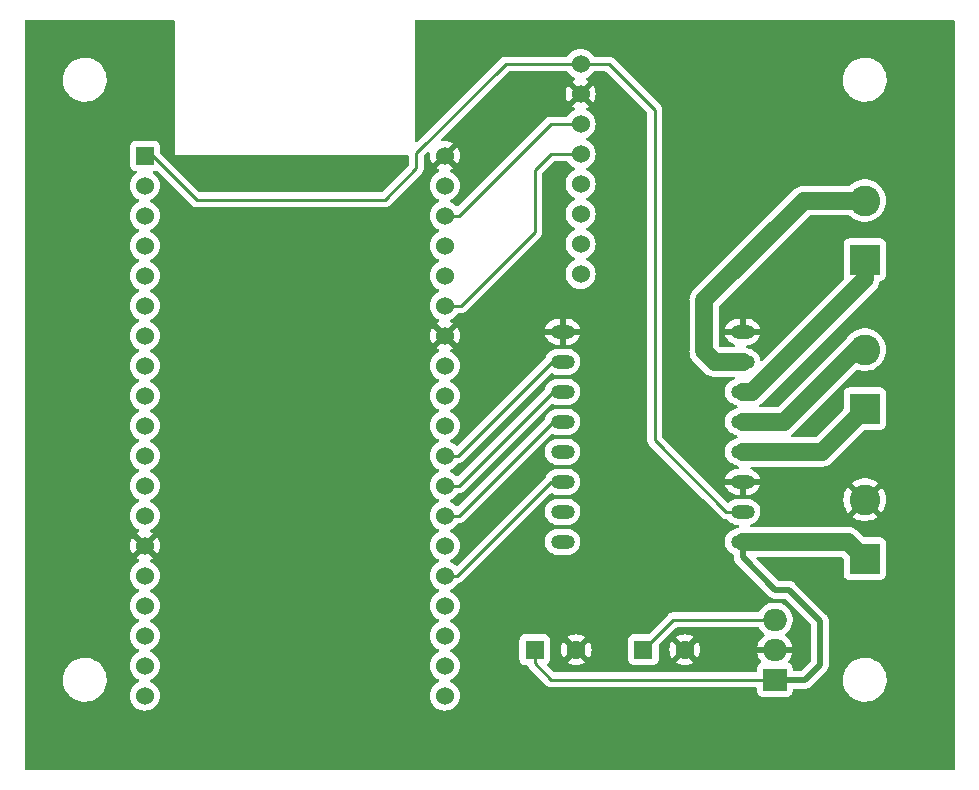
<source format=gbr>
%TF.GenerationSoftware,KiCad,Pcbnew,7.0.9*%
%TF.CreationDate,2024-04-18T13:08:03+02:00*%
%TF.ProjectId,Pendulo_Inverso,50656e64-756c-46f5-9f49-6e766572736f,rev?*%
%TF.SameCoordinates,Original*%
%TF.FileFunction,Copper,L1,Top*%
%TF.FilePolarity,Positive*%
%FSLAX46Y46*%
G04 Gerber Fmt 4.6, Leading zero omitted, Abs format (unit mm)*
G04 Created by KiCad (PCBNEW 7.0.9) date 2024-04-18 13:08:03*
%MOMM*%
%LPD*%
G01*
G04 APERTURE LIST*
%TA.AperFunction,ComponentPad*%
%ADD10R,1.530000X1.530000*%
%TD*%
%TA.AperFunction,ComponentPad*%
%ADD11C,1.530000*%
%TD*%
%TA.AperFunction,ComponentPad*%
%ADD12O,2.000000X1.200000*%
%TD*%
%TA.AperFunction,ComponentPad*%
%ADD13R,2.600000X2.600000*%
%TD*%
%TA.AperFunction,ComponentPad*%
%ADD14C,2.600000*%
%TD*%
%TA.AperFunction,ComponentPad*%
%ADD15R,2.000000X1.905000*%
%TD*%
%TA.AperFunction,ComponentPad*%
%ADD16O,2.000000X1.905000*%
%TD*%
%TA.AperFunction,ComponentPad*%
%ADD17R,1.600000X1.600000*%
%TD*%
%TA.AperFunction,ComponentPad*%
%ADD18C,1.600000*%
%TD*%
%TA.AperFunction,Conductor*%
%ADD19C,1.500000*%
%TD*%
%TA.AperFunction,Conductor*%
%ADD20C,0.250000*%
%TD*%
%TA.AperFunction,Conductor*%
%ADD21C,0.500000*%
%TD*%
G04 APERTURE END LIST*
D10*
%TO.P,U2,1,3V3*%
%TO.N,VCC*%
X119380000Y-87710000D03*
D11*
%TO.P,U2,2,EN*%
%TO.N,unconnected-(U2-EN-Pad2)*%
X119380000Y-90250000D03*
%TO.P,U2,3,SENSOR_VP*%
%TO.N,unconnected-(U2-SENSOR_VP-Pad3)*%
X119380000Y-92790000D03*
%TO.P,U2,4,SENSOR_VN*%
%TO.N,unconnected-(U2-SENSOR_VN-Pad4)*%
X119380000Y-95330000D03*
%TO.P,U2,5,IO34*%
%TO.N,unconnected-(U2-IO34-Pad5)*%
X119380000Y-97870000D03*
%TO.P,U2,6,IO35*%
%TO.N,unconnected-(U2-IO35-Pad6)*%
X119380000Y-100410000D03*
%TO.P,U2,7,IO32*%
%TO.N,unconnected-(U2-IO32-Pad7)*%
X119380000Y-102950000D03*
%TO.P,U2,8,IO33*%
%TO.N,unconnected-(U2-IO33-Pad8)*%
X119380000Y-105490000D03*
%TO.P,U2,9,IO25*%
%TO.N,unconnected-(U2-IO25-Pad9)*%
X119380000Y-108030000D03*
%TO.P,U2,10,IO26*%
%TO.N,unconnected-(U2-IO26-Pad10)*%
X119380000Y-110570000D03*
%TO.P,U2,11,IO27*%
%TO.N,unconnected-(U2-IO27-Pad11)*%
X119380000Y-113110000D03*
%TO.P,U2,12,IO14*%
%TO.N,unconnected-(U2-IO14-Pad12)*%
X119380000Y-115650000D03*
%TO.P,U2,13,IO12*%
%TO.N,unconnected-(U2-IO12-Pad13)*%
X119380000Y-118190000D03*
%TO.P,U2,14,GND1*%
%TO.N,GND*%
X119380000Y-120730000D03*
%TO.P,U2,15,IO13*%
%TO.N,unconnected-(U2-IO13-Pad15)*%
X119380000Y-123270000D03*
%TO.P,U2,16,SD2*%
%TO.N,unconnected-(U2-SD2-Pad16)*%
X119380000Y-125810000D03*
%TO.P,U2,17,SD3*%
%TO.N,unconnected-(U2-SD3-Pad17)*%
X119380000Y-128350000D03*
%TO.P,U2,18,CMD*%
%TO.N,unconnected-(U2-CMD-Pad18)*%
X119380000Y-130890000D03*
%TO.P,U2,19,EXT_5V*%
%TO.N,Net-(U1-VO)*%
X119380000Y-133430000D03*
%TO.P,U2,20,CLK*%
%TO.N,unconnected-(U2-CLK-Pad20)*%
X144780000Y-133430000D03*
%TO.P,U2,21,SD0*%
%TO.N,unconnected-(U2-SD0-Pad21)*%
X144780000Y-130890000D03*
%TO.P,U2,22,SD1*%
%TO.N,unconnected-(U2-SD1-Pad22)*%
X144780000Y-128350000D03*
%TO.P,U2,23,IO15*%
%TO.N,unconnected-(U2-IO15-Pad23)*%
X144780000Y-125810000D03*
%TO.P,U2,24,IO2*%
%TO.N,AIN2*%
X144780000Y-123270000D03*
%TO.P,U2,25,IO0*%
%TO.N,AIN1*%
X144780000Y-120730000D03*
%TO.P,U2,26,IO4*%
%TO.N,BIN1*%
X144780000Y-118190000D03*
%TO.P,U2,27,IO16*%
%TO.N,BIN2*%
X144780000Y-115650000D03*
%TO.P,U2,28,IO17*%
%TO.N,PWMB*%
X144780000Y-113110000D03*
%TO.P,U2,29,IO5*%
%TO.N,unconnected-(U2-IO5-Pad29)*%
X144780000Y-110570000D03*
%TO.P,U2,30,IO18*%
%TO.N,unconnected-(U2-IO18-Pad30)*%
X144780000Y-108030000D03*
%TO.P,U2,31,IO19*%
%TO.N,unconnected-(U2-IO19-Pad31)*%
X144780000Y-105490000D03*
%TO.P,U2,32,GND2*%
%TO.N,GND*%
X144780000Y-102950000D03*
%TO.P,U2,33,IO21*%
%TO.N,Net-(U2-IO21)*%
X144780000Y-100410000D03*
%TO.P,U2,34,RXD0*%
%TO.N,unconnected-(U2-RXD0-Pad34)*%
X144780000Y-97870000D03*
%TO.P,U2,35,TXD0*%
%TO.N,unconnected-(U2-TXD0-Pad35)*%
X144780000Y-95330000D03*
%TO.P,U2,36,IO22*%
%TO.N,Net-(U2-IO22)*%
X144780000Y-92790000D03*
%TO.P,U2,37,IO23*%
%TO.N,unconnected-(U2-IO23-Pad37)*%
X144780000Y-90250000D03*
%TO.P,U2,38,GND3*%
%TO.N,GND*%
X144780000Y-87710000D03*
%TD*%
%TO.P,U4,1,VDD*%
%TO.N,VCC*%
X156273500Y-79946500D03*
%TO.P,U4,2,GND*%
%TO.N,GND*%
X156273500Y-82486500D03*
%TO.P,U4,3,SCL*%
%TO.N,Net-(U2-IO22)*%
X156273500Y-85026500D03*
%TO.P,U4,4,SDA*%
%TO.N,Net-(U2-IO21)*%
X156273500Y-87566500D03*
%TO.P,U4,5,AUX_DA*%
%TO.N,unconnected-(U4-AUX_DA-Pad5)*%
X156273500Y-90106500D03*
%TO.P,U4,6,AUX_CL*%
%TO.N,unconnected-(U4-AUX_CL-Pad6)*%
X156273500Y-92646500D03*
%TO.P,U4,7,AD0*%
%TO.N,unconnected-(U4-AD0-Pad7)*%
X156273500Y-95186500D03*
%TO.P,U4,8,INT*%
%TO.N,unconnected-(U4-INT-Pad8)*%
X156273500Y-97726500D03*
%TD*%
D12*
%TO.P,IC2,1,VM1*%
%TO.N,Net-(IC2-VM1)*%
X169990000Y-120410000D03*
%TO.P,IC2,2,VCC*%
%TO.N,VCC*%
X169990000Y-117870000D03*
%TO.P,IC2,3,GND*%
%TO.N,GND*%
X169990000Y-115330000D03*
%TO.P,IC2,4,AO1*%
%TO.N,AO1*%
X169990000Y-112790000D03*
%TO.P,IC2,5,AO2*%
%TO.N,AO2*%
X169990000Y-110250000D03*
%TO.P,IC2,6,BO1*%
%TO.N,BO1*%
X169990000Y-107710000D03*
%TO.P,IC2,7,BO2*%
%TO.N,BO2*%
X169990000Y-105170000D03*
%TO.P,IC2,8,GND*%
%TO.N,GND*%
X169990000Y-102630000D03*
%TO.P,IC2,9,GND*%
X154750000Y-102630000D03*
%TO.P,IC2,10,PWMB*%
%TO.N,PWMB*%
X154750000Y-105170000D03*
%TO.P,IC2,11,BIN2*%
%TO.N,BIN2*%
X154750000Y-107710000D03*
%TO.P,IC2,12,BIN1*%
%TO.N,BIN1*%
X154750000Y-110250000D03*
%TO.P,IC2,13,STBY*%
%TO.N,STBY*%
X154750000Y-112790000D03*
%TO.P,IC2,14,AIN2*%
%TO.N,AIN2*%
X154750000Y-115330000D03*
%TO.P,IC2,15,AIN1*%
%TO.N,AIN1*%
X154750000Y-117870000D03*
%TO.P,IC2,16,PWMA*%
%TO.N,PWMA*%
X154750000Y-120410000D03*
%TD*%
D13*
%TO.P,Pilas1,1*%
%TO.N,Net-(IC2-VM1)*%
X180340000Y-121840000D03*
D14*
%TO.P,Pilas1,2*%
%TO.N,GND*%
X180340000Y-116840000D03*
%TD*%
D15*
%TO.P,U1,1,VI*%
%TO.N,Net-(IC2-VM1)*%
X172720000Y-132080000D03*
D16*
%TO.P,U1,2,GND*%
%TO.N,GND*%
X172720000Y-129540000D03*
%TO.P,U1,3,VO*%
%TO.N,Net-(U1-VO)*%
X172720000Y-127000000D03*
%TD*%
D17*
%TO.P,C3,1*%
%TO.N,Net-(U1-VO)*%
X161600000Y-129540000D03*
D18*
%TO.P,C3,2*%
%TO.N,GND*%
X165100000Y-129540000D03*
%TD*%
D13*
%TO.P,Motor1,1*%
%TO.N,AO1*%
X180340000Y-109140000D03*
D14*
%TO.P,Motor1,2*%
%TO.N,AO2*%
X180340000Y-104140000D03*
%TD*%
D17*
%TO.P,C2,1*%
%TO.N,Net-(IC2-VM1)*%
X152400000Y-129540000D03*
D18*
%TO.P,C2,2*%
%TO.N,GND*%
X155900000Y-129540000D03*
%TD*%
D13*
%TO.P,Motor2,1*%
%TO.N,BO1*%
X180340000Y-96520000D03*
D14*
%TO.P,Motor2,2*%
%TO.N,BO2*%
X180340000Y-91520000D03*
%TD*%
D19*
%TO.N,Net-(IC2-VM1)*%
X169990000Y-120410000D02*
X178910000Y-120410000D01*
X178910000Y-120410000D02*
X180340000Y-121840000D01*
%TO.N,BO1*%
X180340000Y-98160000D02*
X180340000Y-96520000D01*
X170790000Y-107710000D02*
X180340000Y-98160000D01*
X169990000Y-107710000D02*
X170790000Y-107710000D01*
%TO.N,AO2*%
X173490000Y-110250000D02*
X179600000Y-104140000D01*
X179600000Y-104140000D02*
X180340000Y-104140000D01*
X169990000Y-110250000D02*
X173490000Y-110250000D01*
D20*
%TO.N,VCC*%
X123775000Y-91440000D02*
X120045000Y-87710000D01*
X120045000Y-87710000D02*
X119380000Y-87710000D01*
X139700000Y-91440000D02*
X123775000Y-91440000D01*
X142365000Y-88775000D02*
X139700000Y-91440000D01*
X149923500Y-79946500D02*
X142365000Y-87505000D01*
X142365000Y-87505000D02*
X142365000Y-88775000D01*
X156273500Y-79946500D02*
X149923500Y-79946500D01*
%TO.N,AIN2*%
X153790000Y-115330000D02*
X154750000Y-115330000D01*
X145850000Y-123270000D02*
X153790000Y-115330000D01*
X144780000Y-123270000D02*
X145850000Y-123270000D01*
%TO.N,PWMB*%
X153830000Y-105170000D02*
X154750000Y-105170000D01*
X145890000Y-113110000D02*
X153830000Y-105170000D01*
X144780000Y-113110000D02*
X145890000Y-113110000D01*
%TO.N,BIN2*%
X153910000Y-107710000D02*
X154750000Y-107710000D01*
X144780000Y-115650000D02*
X145970000Y-115650000D01*
X145970000Y-115650000D02*
X153910000Y-107710000D01*
%TO.N,BIN1*%
X153910000Y-110250000D02*
X154750000Y-110250000D01*
X145970000Y-118190000D02*
X153910000Y-110250000D01*
X144780000Y-118190000D02*
X145970000Y-118190000D01*
%TO.N,Net-(IC2-VM1)*%
X153780000Y-132080000D02*
X172720000Y-132080000D01*
X152400000Y-130700000D02*
X153780000Y-132080000D01*
X152400000Y-129540000D02*
X152400000Y-130700000D01*
%TO.N,VCC*%
X158686500Y-79946500D02*
X156273500Y-79946500D01*
X162560000Y-111805000D02*
X162560000Y-83820000D01*
X162560000Y-83820000D02*
X158686500Y-79946500D01*
X168625000Y-117870000D02*
X162560000Y-111805000D01*
X169990000Y-117870000D02*
X168625000Y-117870000D01*
%TO.N,Net-(U2-IO21)*%
X146145747Y-100410000D02*
X144780000Y-100410000D01*
X152400000Y-88900000D02*
X152400000Y-94155747D01*
X153733500Y-87566500D02*
X152400000Y-88900000D01*
X156273500Y-87566500D02*
X153733500Y-87566500D01*
X152400000Y-94155747D02*
X146145747Y-100410000D01*
D21*
%TO.N,Net-(IC2-VM1)*%
X176530000Y-127099000D02*
X173891000Y-124460000D01*
X175260000Y-132080000D02*
X176530000Y-130810000D01*
X172720000Y-124460000D02*
X169990000Y-121730000D01*
X172720000Y-132080000D02*
X175260000Y-132080000D01*
X176530000Y-130810000D02*
X176530000Y-127099000D01*
X173891000Y-124460000D02*
X172720000Y-124460000D01*
D20*
X170217000Y-120777000D02*
X170180000Y-120740000D01*
D21*
X169990000Y-121730000D02*
X169990000Y-120410000D01*
D20*
%TO.N,Net-(U1-VO)*%
X161600000Y-129540000D02*
X164140000Y-127000000D01*
X164140000Y-127000000D02*
X172720000Y-127000000D01*
D19*
%TO.N,AO1*%
X176690000Y-112790000D02*
X180340000Y-109140000D01*
X169990000Y-112790000D02*
X176690000Y-112790000D01*
%TO.N,BO2*%
X167640000Y-105170000D02*
X169990000Y-105170000D01*
X166750000Y-104280000D02*
X167640000Y-105170000D01*
X175180000Y-91520000D02*
X166750000Y-99950000D01*
X180340000Y-91520000D02*
X175180000Y-91520000D01*
X166750000Y-99950000D02*
X166750000Y-104280000D01*
D20*
%TO.N,Net-(U2-IO22)*%
X153733500Y-85026500D02*
X145970000Y-92790000D01*
X145970000Y-92790000D02*
X144780000Y-92790000D01*
X156273500Y-85026500D02*
X153733500Y-85026500D01*
%TD*%
%TA.AperFunction,Conductor*%
%TO.N,GND*%
G36*
X121863039Y-76220185D02*
G01*
X121908794Y-76272989D01*
X121920000Y-76324500D01*
X121920000Y-87630000D01*
X141615500Y-87630000D01*
X141682539Y-87649685D01*
X141728294Y-87702489D01*
X141739500Y-87754000D01*
X141739500Y-88464547D01*
X141719815Y-88531586D01*
X141703181Y-88552228D01*
X139477228Y-90778181D01*
X139415905Y-90811666D01*
X139389547Y-90814500D01*
X124085452Y-90814500D01*
X124018413Y-90794815D01*
X123997771Y-90778181D01*
X120681818Y-87462227D01*
X120648333Y-87400904D01*
X120645499Y-87374546D01*
X120645499Y-86897129D01*
X120645498Y-86897123D01*
X120645497Y-86897116D01*
X120639091Y-86837517D01*
X120606428Y-86749944D01*
X120588797Y-86702671D01*
X120588793Y-86702664D01*
X120502547Y-86587455D01*
X120502544Y-86587452D01*
X120387335Y-86501206D01*
X120387328Y-86501202D01*
X120252482Y-86450908D01*
X120252483Y-86450908D01*
X120192883Y-86444501D01*
X120192881Y-86444500D01*
X120192873Y-86444500D01*
X120192864Y-86444500D01*
X118567129Y-86444500D01*
X118567123Y-86444501D01*
X118507516Y-86450908D01*
X118372671Y-86501202D01*
X118372664Y-86501206D01*
X118257455Y-86587452D01*
X118257452Y-86587455D01*
X118171206Y-86702664D01*
X118171202Y-86702671D01*
X118120908Y-86837517D01*
X118115468Y-86888124D01*
X118114501Y-86897123D01*
X118114500Y-86897135D01*
X118114500Y-88522870D01*
X118114501Y-88522876D01*
X118120908Y-88582483D01*
X118171202Y-88717328D01*
X118171206Y-88717335D01*
X118257452Y-88832544D01*
X118257455Y-88832547D01*
X118372664Y-88918793D01*
X118372671Y-88918797D01*
X118507517Y-88969091D01*
X118507516Y-88969091D01*
X118509200Y-88969272D01*
X118567127Y-88975500D01*
X118600564Y-88975499D01*
X118667601Y-88995182D01*
X118713357Y-89047984D01*
X118723302Y-89117143D01*
X118694279Y-89180699D01*
X118671689Y-89201073D01*
X118563447Y-89276866D01*
X118563441Y-89276871D01*
X118406868Y-89433444D01*
X118279857Y-89614834D01*
X118279856Y-89614836D01*
X118186279Y-89815513D01*
X118186275Y-89815524D01*
X118128965Y-90029407D01*
X118128964Y-90029414D01*
X118109666Y-90249998D01*
X118109666Y-90250001D01*
X118128964Y-90470585D01*
X118128965Y-90470592D01*
X118186275Y-90684475D01*
X118186279Y-90684486D01*
X118279856Y-90885163D01*
X118279858Y-90885167D01*
X118406868Y-91066555D01*
X118563445Y-91223132D01*
X118744833Y-91350142D01*
X118803467Y-91377483D01*
X118868091Y-91407618D01*
X118920531Y-91453790D01*
X118939683Y-91520983D01*
X118919467Y-91587865D01*
X118868091Y-91632382D01*
X118744836Y-91689856D01*
X118744834Y-91689857D01*
X118563444Y-91816868D01*
X118406868Y-91973444D01*
X118279857Y-92154834D01*
X118279856Y-92154836D01*
X118186279Y-92355513D01*
X118186275Y-92355524D01*
X118128965Y-92569407D01*
X118128964Y-92569414D01*
X118109666Y-92789998D01*
X118109666Y-92790001D01*
X118128964Y-93010585D01*
X118128965Y-93010592D01*
X118186275Y-93224475D01*
X118186279Y-93224486D01*
X118279856Y-93425163D01*
X118279858Y-93425167D01*
X118406868Y-93606555D01*
X118563445Y-93763132D01*
X118744833Y-93890142D01*
X118803467Y-93917483D01*
X118868091Y-93947618D01*
X118920531Y-93993790D01*
X118939683Y-94060983D01*
X118919467Y-94127865D01*
X118868091Y-94172382D01*
X118744836Y-94229856D01*
X118744834Y-94229857D01*
X118563444Y-94356868D01*
X118406868Y-94513444D01*
X118279857Y-94694834D01*
X118279856Y-94694836D01*
X118186279Y-94895513D01*
X118186275Y-94895524D01*
X118128965Y-95109407D01*
X118128964Y-95109414D01*
X118109666Y-95329998D01*
X118109666Y-95330001D01*
X118128964Y-95550585D01*
X118128965Y-95550592D01*
X118186275Y-95764475D01*
X118186279Y-95764486D01*
X118212943Y-95821667D01*
X118279858Y-95965167D01*
X118406868Y-96146555D01*
X118563445Y-96303132D01*
X118744833Y-96430142D01*
X118803467Y-96457483D01*
X118868091Y-96487618D01*
X118920531Y-96533790D01*
X118939683Y-96600983D01*
X118919467Y-96667865D01*
X118868091Y-96712382D01*
X118744836Y-96769856D01*
X118744834Y-96769857D01*
X118563444Y-96896868D01*
X118406868Y-97053444D01*
X118279857Y-97234834D01*
X118279856Y-97234836D01*
X118186279Y-97435513D01*
X118186275Y-97435524D01*
X118128965Y-97649407D01*
X118128964Y-97649414D01*
X118109666Y-97869998D01*
X118109666Y-97870001D01*
X118128964Y-98090585D01*
X118128965Y-98090592D01*
X118186275Y-98304475D01*
X118186279Y-98304486D01*
X118274661Y-98494022D01*
X118279858Y-98505167D01*
X118406868Y-98686555D01*
X118563445Y-98843132D01*
X118744833Y-98970142D01*
X118802075Y-98996834D01*
X118868091Y-99027618D01*
X118920531Y-99073790D01*
X118939683Y-99140983D01*
X118919467Y-99207865D01*
X118868091Y-99252382D01*
X118744836Y-99309856D01*
X118744834Y-99309857D01*
X118563444Y-99436868D01*
X118406868Y-99593444D01*
X118279857Y-99774834D01*
X118279856Y-99774836D01*
X118186279Y-99975513D01*
X118186275Y-99975524D01*
X118128965Y-100189407D01*
X118128964Y-100189414D01*
X118109666Y-100409998D01*
X118109666Y-100410001D01*
X118128964Y-100630585D01*
X118128965Y-100630592D01*
X118186275Y-100844475D01*
X118186279Y-100844486D01*
X118279664Y-101044751D01*
X118279858Y-101045167D01*
X118406868Y-101226555D01*
X118563445Y-101383132D01*
X118744833Y-101510142D01*
X118787419Y-101530000D01*
X118868091Y-101567618D01*
X118920531Y-101613790D01*
X118939683Y-101680983D01*
X118919467Y-101747865D01*
X118868091Y-101792382D01*
X118744836Y-101849856D01*
X118744834Y-101849857D01*
X118563444Y-101976868D01*
X118406868Y-102133444D01*
X118279857Y-102314834D01*
X118279856Y-102314836D01*
X118186279Y-102515513D01*
X118186275Y-102515524D01*
X118128965Y-102729407D01*
X118128964Y-102729414D01*
X118109666Y-102949998D01*
X118109666Y-102950001D01*
X118128964Y-103170585D01*
X118128965Y-103170592D01*
X118186275Y-103384475D01*
X118186279Y-103384486D01*
X118267929Y-103559586D01*
X118279858Y-103585167D01*
X118406868Y-103766555D01*
X118563445Y-103923132D01*
X118744833Y-104050142D01*
X118786347Y-104069500D01*
X118868091Y-104107618D01*
X118920531Y-104153790D01*
X118939683Y-104220983D01*
X118919467Y-104287865D01*
X118868091Y-104332382D01*
X118744836Y-104389856D01*
X118744834Y-104389857D01*
X118563444Y-104516868D01*
X118406868Y-104673444D01*
X118279857Y-104854834D01*
X118279856Y-104854836D01*
X118186279Y-105055513D01*
X118186275Y-105055524D01*
X118128965Y-105269407D01*
X118128964Y-105269414D01*
X118109666Y-105489998D01*
X118109666Y-105490001D01*
X118128964Y-105710585D01*
X118128965Y-105710592D01*
X118186275Y-105924475D01*
X118186279Y-105924486D01*
X118279856Y-106125163D01*
X118279858Y-106125167D01*
X118406868Y-106306555D01*
X118563445Y-106463132D01*
X118744833Y-106590142D01*
X118786347Y-106609500D01*
X118868091Y-106647618D01*
X118920531Y-106693790D01*
X118939683Y-106760983D01*
X118919467Y-106827865D01*
X118868091Y-106872382D01*
X118744836Y-106929856D01*
X118744834Y-106929857D01*
X118563444Y-107056868D01*
X118406868Y-107213444D01*
X118279857Y-107394834D01*
X118279856Y-107394836D01*
X118186279Y-107595513D01*
X118186275Y-107595524D01*
X118128965Y-107809407D01*
X118128964Y-107809414D01*
X118109666Y-108029998D01*
X118109666Y-108030001D01*
X118128964Y-108250585D01*
X118128965Y-108250592D01*
X118186275Y-108464475D01*
X118186279Y-108464486D01*
X118276554Y-108658081D01*
X118279858Y-108665167D01*
X118406868Y-108846555D01*
X118563445Y-109003132D01*
X118744833Y-109130142D01*
X118786347Y-109149500D01*
X118868091Y-109187618D01*
X118920531Y-109233790D01*
X118939683Y-109300983D01*
X118919467Y-109367865D01*
X118868091Y-109412382D01*
X118744836Y-109469856D01*
X118744834Y-109469857D01*
X118563444Y-109596868D01*
X118406868Y-109753444D01*
X118279857Y-109934834D01*
X118279856Y-109934836D01*
X118186279Y-110135513D01*
X118186275Y-110135524D01*
X118128965Y-110349407D01*
X118128964Y-110349414D01*
X118109666Y-110569998D01*
X118109666Y-110570001D01*
X118128964Y-110790585D01*
X118128965Y-110790592D01*
X118186275Y-111004475D01*
X118186279Y-111004486D01*
X118276554Y-111198081D01*
X118279858Y-111205167D01*
X118406868Y-111386555D01*
X118563445Y-111543132D01*
X118744833Y-111670142D01*
X118786347Y-111689500D01*
X118868091Y-111727618D01*
X118920531Y-111773790D01*
X118939683Y-111840983D01*
X118919467Y-111907865D01*
X118868091Y-111952382D01*
X118744836Y-112009856D01*
X118744834Y-112009857D01*
X118563444Y-112136868D01*
X118406868Y-112293444D01*
X118279857Y-112474834D01*
X118279856Y-112474836D01*
X118186279Y-112675513D01*
X118186275Y-112675524D01*
X118128965Y-112889407D01*
X118128964Y-112889414D01*
X118109666Y-113109998D01*
X118109666Y-113110001D01*
X118128964Y-113330585D01*
X118128965Y-113330592D01*
X118186275Y-113544475D01*
X118186279Y-113544486D01*
X118275575Y-113735983D01*
X118279858Y-113745167D01*
X118406868Y-113926555D01*
X118563445Y-114083132D01*
X118744833Y-114210142D01*
X118786347Y-114229500D01*
X118868091Y-114267618D01*
X118920531Y-114313790D01*
X118939683Y-114380983D01*
X118919467Y-114447865D01*
X118868091Y-114492382D01*
X118744836Y-114549856D01*
X118744834Y-114549857D01*
X118563444Y-114676868D01*
X118406868Y-114833444D01*
X118279857Y-115014834D01*
X118279856Y-115014836D01*
X118186279Y-115215513D01*
X118186275Y-115215524D01*
X118128965Y-115429407D01*
X118128964Y-115429414D01*
X118109666Y-115649998D01*
X118109666Y-115650001D01*
X118128964Y-115870585D01*
X118128965Y-115870592D01*
X118186275Y-116084475D01*
X118186279Y-116084486D01*
X118279856Y-116285163D01*
X118279858Y-116285167D01*
X118406868Y-116466555D01*
X118563445Y-116623132D01*
X118744833Y-116750142D01*
X118786347Y-116769500D01*
X118868091Y-116807618D01*
X118920531Y-116853790D01*
X118939683Y-116920983D01*
X118919467Y-116987865D01*
X118868091Y-117032382D01*
X118744836Y-117089856D01*
X118744834Y-117089857D01*
X118563444Y-117216868D01*
X118406868Y-117373444D01*
X118279857Y-117554834D01*
X118279856Y-117554836D01*
X118186279Y-117755513D01*
X118186275Y-117755524D01*
X118128965Y-117969407D01*
X118128964Y-117969414D01*
X118109666Y-118189998D01*
X118109666Y-118190001D01*
X118128964Y-118410585D01*
X118128965Y-118410592D01*
X118186275Y-118624475D01*
X118186279Y-118624486D01*
X118279856Y-118825163D01*
X118279858Y-118825167D01*
X118406868Y-119006555D01*
X118563445Y-119163132D01*
X118744833Y-119290142D01*
X118868682Y-119347893D01*
X118921122Y-119394065D01*
X118940274Y-119461258D01*
X118920059Y-119528139D01*
X118868683Y-119572657D01*
X118745084Y-119630293D01*
X118679657Y-119676104D01*
X119238634Y-120235081D01*
X119234839Y-120235627D01*
X119101438Y-120296549D01*
X118990605Y-120392587D01*
X118911318Y-120515960D01*
X118888866Y-120592419D01*
X118326104Y-120029657D01*
X118280293Y-120095084D01*
X118186749Y-120295690D01*
X118186745Y-120295699D01*
X118129461Y-120509490D01*
X118129459Y-120509500D01*
X118110168Y-120729999D01*
X118110168Y-120730000D01*
X118129459Y-120950499D01*
X118129461Y-120950509D01*
X118186745Y-121164300D01*
X118186749Y-121164309D01*
X118280295Y-121364919D01*
X118326103Y-121430341D01*
X118326105Y-121430342D01*
X118888866Y-120867580D01*
X118911318Y-120944040D01*
X118990605Y-121067413D01*
X119101438Y-121163451D01*
X119234839Y-121224373D01*
X119238633Y-121224918D01*
X118679656Y-121783894D01*
X118745083Y-121829706D01*
X118745085Y-121829707D01*
X118868683Y-121887342D01*
X118921122Y-121933514D01*
X118940274Y-122000708D01*
X118920058Y-122067589D01*
X118868683Y-122112106D01*
X118744833Y-122169857D01*
X118563444Y-122296868D01*
X118406868Y-122453444D01*
X118279857Y-122634834D01*
X118279856Y-122634836D01*
X118186279Y-122835513D01*
X118186275Y-122835524D01*
X118128965Y-123049407D01*
X118128964Y-123049414D01*
X118109666Y-123269998D01*
X118109666Y-123270001D01*
X118128964Y-123490585D01*
X118128965Y-123490592D01*
X118186275Y-123704475D01*
X118186279Y-123704486D01*
X118278320Y-123901869D01*
X118279858Y-123905167D01*
X118406868Y-124086555D01*
X118563445Y-124243132D01*
X118744833Y-124370142D01*
X118806828Y-124399050D01*
X118868091Y-124427618D01*
X118920531Y-124473790D01*
X118939683Y-124540983D01*
X118919467Y-124607865D01*
X118868091Y-124652382D01*
X118744836Y-124709856D01*
X118744834Y-124709857D01*
X118563444Y-124836868D01*
X118406868Y-124993444D01*
X118279857Y-125174834D01*
X118279856Y-125174836D01*
X118186279Y-125375513D01*
X118186275Y-125375524D01*
X118128965Y-125589407D01*
X118128964Y-125589414D01*
X118109666Y-125809998D01*
X118109666Y-125810001D01*
X118128964Y-126030585D01*
X118128965Y-126030592D01*
X118186275Y-126244475D01*
X118186279Y-126244486D01*
X118277512Y-126440137D01*
X118279858Y-126445167D01*
X118406868Y-126626555D01*
X118563445Y-126783132D01*
X118744833Y-126910142D01*
X118776141Y-126924741D01*
X118868091Y-126967618D01*
X118920531Y-127013790D01*
X118939683Y-127080983D01*
X118919467Y-127147865D01*
X118868091Y-127192382D01*
X118744836Y-127249856D01*
X118744834Y-127249857D01*
X118563444Y-127376868D01*
X118406868Y-127533444D01*
X118279857Y-127714834D01*
X118279856Y-127714836D01*
X118186279Y-127915513D01*
X118186275Y-127915524D01*
X118128965Y-128129407D01*
X118128964Y-128129414D01*
X118109666Y-128349998D01*
X118109666Y-128350001D01*
X118128964Y-128570585D01*
X118128965Y-128570592D01*
X118186275Y-128784475D01*
X118186279Y-128784486D01*
X118234323Y-128887516D01*
X118279858Y-128985167D01*
X118406868Y-129166555D01*
X118563445Y-129323132D01*
X118744833Y-129450142D01*
X118806828Y-129479050D01*
X118868091Y-129507618D01*
X118920531Y-129553790D01*
X118939683Y-129620983D01*
X118919467Y-129687865D01*
X118868091Y-129732382D01*
X118744836Y-129789856D01*
X118744834Y-129789857D01*
X118563444Y-129916868D01*
X118406868Y-130073444D01*
X118279857Y-130254834D01*
X118279856Y-130254836D01*
X118186279Y-130455513D01*
X118186275Y-130455524D01*
X118128965Y-130669407D01*
X118128964Y-130669414D01*
X118109666Y-130889998D01*
X118109666Y-130890001D01*
X118128964Y-131110585D01*
X118128965Y-131110592D01*
X118186275Y-131324475D01*
X118186279Y-131324486D01*
X118259224Y-131480917D01*
X118279858Y-131525167D01*
X118406868Y-131706555D01*
X118563445Y-131863132D01*
X118744833Y-131990142D01*
X118792212Y-132012235D01*
X118868091Y-132047618D01*
X118920531Y-132093790D01*
X118939683Y-132160983D01*
X118919467Y-132227865D01*
X118868091Y-132272382D01*
X118744836Y-132329856D01*
X118744834Y-132329857D01*
X118563444Y-132456868D01*
X118406868Y-132613444D01*
X118279857Y-132794834D01*
X118279856Y-132794836D01*
X118186279Y-132995513D01*
X118186275Y-132995524D01*
X118128965Y-133209407D01*
X118128964Y-133209414D01*
X118109666Y-133429998D01*
X118109666Y-133430001D01*
X118128964Y-133650585D01*
X118128965Y-133650592D01*
X118186275Y-133864475D01*
X118186279Y-133864486D01*
X118217062Y-133930500D01*
X118279858Y-134065167D01*
X118406868Y-134246555D01*
X118563445Y-134403132D01*
X118744833Y-134530142D01*
X118865572Y-134586443D01*
X118945513Y-134623720D01*
X118945515Y-134623720D01*
X118945520Y-134623723D01*
X119159409Y-134681035D01*
X119316974Y-134694820D01*
X119379998Y-134700334D01*
X119380000Y-134700334D01*
X119380002Y-134700334D01*
X119435147Y-134695509D01*
X119600591Y-134681035D01*
X119814480Y-134623723D01*
X120015167Y-134530142D01*
X120196555Y-134403132D01*
X120353132Y-134246555D01*
X120480142Y-134065167D01*
X120573723Y-133864480D01*
X120631035Y-133650591D01*
X120650334Y-133430000D01*
X120631035Y-133209409D01*
X120573723Y-132995520D01*
X120480142Y-132794833D01*
X120353132Y-132613445D01*
X120196555Y-132456868D01*
X120015167Y-132329858D01*
X119891907Y-132272381D01*
X119839468Y-132226210D01*
X119820316Y-132159017D01*
X119840531Y-132092136D01*
X119891908Y-132047618D01*
X120015167Y-131990142D01*
X120196555Y-131863132D01*
X120353132Y-131706555D01*
X120480142Y-131525167D01*
X120573723Y-131324480D01*
X120631035Y-131110591D01*
X120650334Y-130890000D01*
X120649911Y-130885169D01*
X120642382Y-130799103D01*
X120631035Y-130669409D01*
X120573723Y-130455520D01*
X120569975Y-130447483D01*
X120523110Y-130346980D01*
X120480142Y-130254833D01*
X120353132Y-130073445D01*
X120196555Y-129916868D01*
X120015167Y-129789858D01*
X119965287Y-129766599D01*
X119891908Y-129732382D01*
X119839468Y-129686210D01*
X119820316Y-129619017D01*
X119840531Y-129552136D01*
X119891908Y-129507618D01*
X120015167Y-129450142D01*
X120196555Y-129323132D01*
X120353132Y-129166555D01*
X120480142Y-128985167D01*
X120573723Y-128784480D01*
X120631035Y-128570591D01*
X120650334Y-128350000D01*
X120631035Y-128129409D01*
X120573723Y-127915520D01*
X120480142Y-127714833D01*
X120353132Y-127533445D01*
X120196555Y-127376868D01*
X120015167Y-127249858D01*
X119891907Y-127192381D01*
X119839468Y-127146210D01*
X119820316Y-127079017D01*
X119840531Y-127012136D01*
X119891908Y-126967618D01*
X120015167Y-126910142D01*
X120196555Y-126783132D01*
X120353132Y-126626555D01*
X120480142Y-126445167D01*
X120573723Y-126244480D01*
X120631035Y-126030591D01*
X120650334Y-125810000D01*
X120631035Y-125589409D01*
X120573723Y-125375520D01*
X120480142Y-125174833D01*
X120353132Y-124993445D01*
X120196555Y-124836868D01*
X120015167Y-124709858D01*
X119891907Y-124652381D01*
X119839468Y-124606210D01*
X119820316Y-124539017D01*
X119840531Y-124472136D01*
X119891908Y-124427618D01*
X120015167Y-124370142D01*
X120196555Y-124243132D01*
X120353132Y-124086555D01*
X120480142Y-123905167D01*
X120573723Y-123704480D01*
X120631035Y-123490591D01*
X120650334Y-123270000D01*
X120631035Y-123049409D01*
X120573723Y-122835520D01*
X120480142Y-122634833D01*
X120353132Y-122453445D01*
X120196555Y-122296868D01*
X120015167Y-122169858D01*
X119936731Y-122133283D01*
X119891317Y-122112106D01*
X119838877Y-122065934D01*
X119819725Y-121998741D01*
X119839941Y-121931859D01*
X119891317Y-121887342D01*
X120014912Y-121829708D01*
X120014914Y-121829707D01*
X120080342Y-121783894D01*
X119521366Y-121224918D01*
X119525161Y-121224373D01*
X119658562Y-121163451D01*
X119769395Y-121067413D01*
X119848682Y-120944040D01*
X119871133Y-120867580D01*
X120433894Y-121430342D01*
X120479706Y-121364915D01*
X120573250Y-121164309D01*
X120573254Y-121164300D01*
X120630538Y-120950509D01*
X120630540Y-120950499D01*
X120649832Y-120730000D01*
X120649832Y-120729999D01*
X120630540Y-120509500D01*
X120630538Y-120509490D01*
X120573254Y-120295699D01*
X120573250Y-120295690D01*
X120479707Y-120095085D01*
X120479706Y-120095083D01*
X120433894Y-120029657D01*
X120433894Y-120029656D01*
X119871132Y-120592418D01*
X119848682Y-120515960D01*
X119769395Y-120392587D01*
X119658562Y-120296549D01*
X119525161Y-120235627D01*
X119521366Y-120235081D01*
X120080342Y-119676105D01*
X120080341Y-119676103D01*
X120014919Y-119630295D01*
X119891316Y-119572657D01*
X119838877Y-119526484D01*
X119819725Y-119459291D01*
X119839941Y-119392410D01*
X119891312Y-119347895D01*
X120015167Y-119290142D01*
X120196555Y-119163132D01*
X120353132Y-119006555D01*
X120480142Y-118825167D01*
X120573723Y-118624480D01*
X120631035Y-118410591D01*
X120650334Y-118190000D01*
X120631035Y-117969409D01*
X120573723Y-117755520D01*
X120480142Y-117554833D01*
X120353132Y-117373445D01*
X120196555Y-117216868D01*
X120015167Y-117089858D01*
X119891907Y-117032381D01*
X119839468Y-116986210D01*
X119820316Y-116919017D01*
X119840531Y-116852136D01*
X119891908Y-116807618D01*
X120015167Y-116750142D01*
X120196555Y-116623132D01*
X120353132Y-116466555D01*
X120480142Y-116285167D01*
X120573723Y-116084480D01*
X120631035Y-115870591D01*
X120650334Y-115650000D01*
X120631035Y-115429409D01*
X120573723Y-115215520D01*
X120568748Y-115204852D01*
X120510626Y-115080207D01*
X120480142Y-115014833D01*
X120353132Y-114833445D01*
X120196555Y-114676868D01*
X120015167Y-114549858D01*
X119891907Y-114492381D01*
X119839468Y-114446210D01*
X119820316Y-114379017D01*
X119840531Y-114312136D01*
X119891908Y-114267618D01*
X120015167Y-114210142D01*
X120196555Y-114083132D01*
X120353132Y-113926555D01*
X120480142Y-113745167D01*
X120573723Y-113544480D01*
X120631035Y-113330591D01*
X120650334Y-113110000D01*
X120631035Y-112889409D01*
X120573723Y-112675520D01*
X120480142Y-112474833D01*
X120353132Y-112293445D01*
X120196555Y-112136868D01*
X120015167Y-112009858D01*
X119891907Y-111952381D01*
X119839468Y-111906210D01*
X119820316Y-111839017D01*
X119840531Y-111772136D01*
X119891908Y-111727618D01*
X119905140Y-111721448D01*
X120015167Y-111670142D01*
X120196555Y-111543132D01*
X120353132Y-111386555D01*
X120480142Y-111205167D01*
X120573723Y-111004480D01*
X120631035Y-110790591D01*
X120650334Y-110570000D01*
X120631035Y-110349409D01*
X120573723Y-110135520D01*
X120480142Y-109934833D01*
X120353132Y-109753445D01*
X120196555Y-109596868D01*
X120015167Y-109469858D01*
X119891907Y-109412381D01*
X119839468Y-109366210D01*
X119820316Y-109299017D01*
X119840531Y-109232136D01*
X119891908Y-109187618D01*
X119905140Y-109181448D01*
X120015167Y-109130142D01*
X120196555Y-109003132D01*
X120353132Y-108846555D01*
X120480142Y-108665167D01*
X120573723Y-108464480D01*
X120631035Y-108250591D01*
X120650334Y-108030000D01*
X120631035Y-107809409D01*
X120573723Y-107595520D01*
X120480142Y-107394833D01*
X120353132Y-107213445D01*
X120196555Y-107056868D01*
X120015167Y-106929858D01*
X119891907Y-106872381D01*
X119839468Y-106826210D01*
X119820316Y-106759017D01*
X119840531Y-106692136D01*
X119891908Y-106647618D01*
X120015167Y-106590142D01*
X120196555Y-106463132D01*
X120353132Y-106306555D01*
X120480142Y-106125167D01*
X120573723Y-105924480D01*
X120631035Y-105710591D01*
X120650334Y-105490000D01*
X120631035Y-105269409D01*
X120573723Y-105055520D01*
X120480142Y-104854833D01*
X120353132Y-104673445D01*
X120196555Y-104516868D01*
X120015167Y-104389858D01*
X119891907Y-104332381D01*
X119839468Y-104286210D01*
X119820316Y-104219017D01*
X119840531Y-104152136D01*
X119891908Y-104107618D01*
X119892500Y-104107342D01*
X120015167Y-104050142D01*
X120196555Y-103923132D01*
X120353132Y-103766555D01*
X120480142Y-103585167D01*
X120573723Y-103384480D01*
X120631035Y-103170591D01*
X120650334Y-102950000D01*
X120631035Y-102729409D01*
X120573723Y-102515520D01*
X120568748Y-102504852D01*
X120516104Y-102391955D01*
X120480142Y-102314833D01*
X120353132Y-102133445D01*
X120196555Y-101976868D01*
X120015167Y-101849858D01*
X119891907Y-101792381D01*
X119839468Y-101746210D01*
X119820316Y-101679017D01*
X119840531Y-101612136D01*
X119891908Y-101567618D01*
X120015167Y-101510142D01*
X120196555Y-101383132D01*
X120353132Y-101226555D01*
X120480142Y-101045167D01*
X120573723Y-100844480D01*
X120631035Y-100630591D01*
X120650334Y-100410000D01*
X120631035Y-100189409D01*
X120573723Y-99975520D01*
X120480142Y-99774833D01*
X120353132Y-99593445D01*
X120196555Y-99436868D01*
X120015167Y-99309858D01*
X119891907Y-99252381D01*
X119839468Y-99206210D01*
X119820316Y-99139017D01*
X119840531Y-99072136D01*
X119891908Y-99027618D01*
X120015167Y-98970142D01*
X120196555Y-98843132D01*
X120353132Y-98686555D01*
X120480142Y-98505167D01*
X120573723Y-98304480D01*
X120631035Y-98090591D01*
X120650334Y-97870000D01*
X120631035Y-97649409D01*
X120573723Y-97435520D01*
X120480142Y-97234833D01*
X120353132Y-97053445D01*
X120196555Y-96896868D01*
X120015167Y-96769858D01*
X119891907Y-96712381D01*
X119839468Y-96666210D01*
X119820316Y-96599017D01*
X119840531Y-96532136D01*
X119891908Y-96487618D01*
X120015167Y-96430142D01*
X120196555Y-96303132D01*
X120353132Y-96146555D01*
X120480142Y-95965167D01*
X120573723Y-95764480D01*
X120631035Y-95550591D01*
X120650334Y-95330000D01*
X120631035Y-95109409D01*
X120573723Y-94895520D01*
X120480142Y-94694833D01*
X120353132Y-94513445D01*
X120196555Y-94356868D01*
X120015167Y-94229858D01*
X119891907Y-94172381D01*
X119839468Y-94126210D01*
X119820316Y-94059017D01*
X119840531Y-93992136D01*
X119891908Y-93947618D01*
X120015167Y-93890142D01*
X120196555Y-93763132D01*
X120353132Y-93606555D01*
X120480142Y-93425167D01*
X120573723Y-93224480D01*
X120631035Y-93010591D01*
X120650334Y-92790000D01*
X120631035Y-92569409D01*
X120573723Y-92355520D01*
X120549417Y-92303396D01*
X120480143Y-92154836D01*
X120480142Y-92154834D01*
X120480142Y-92154833D01*
X120353132Y-91973445D01*
X120196555Y-91816868D01*
X120015167Y-91689858D01*
X119891907Y-91632381D01*
X119839468Y-91586210D01*
X119820316Y-91519017D01*
X119840531Y-91452136D01*
X119891908Y-91407618D01*
X120015167Y-91350142D01*
X120196555Y-91223132D01*
X120353132Y-91066555D01*
X120480142Y-90885167D01*
X120573723Y-90684480D01*
X120631035Y-90470591D01*
X120650334Y-90250000D01*
X120631035Y-90029409D01*
X120573723Y-89815520D01*
X120480142Y-89614833D01*
X120353132Y-89433445D01*
X120196555Y-89276868D01*
X120196552Y-89276866D01*
X120196550Y-89276864D01*
X120137495Y-89235513D01*
X120088309Y-89201073D01*
X120044685Y-89146497D01*
X120037491Y-89076999D01*
X120069014Y-89014644D01*
X120129244Y-88979230D01*
X120159432Y-88975499D01*
X120192872Y-88975499D01*
X120252483Y-88969091D01*
X120299464Y-88951567D01*
X120369152Y-88946582D01*
X120430476Y-88980066D01*
X123274194Y-91823784D01*
X123284019Y-91836048D01*
X123284240Y-91835866D01*
X123289210Y-91841873D01*
X123289213Y-91841876D01*
X123289214Y-91841877D01*
X123339651Y-91889241D01*
X123360530Y-91910120D01*
X123366004Y-91914366D01*
X123370442Y-91918156D01*
X123404418Y-91950062D01*
X123404422Y-91950064D01*
X123421973Y-91959713D01*
X123438231Y-91970392D01*
X123454064Y-91982674D01*
X123467944Y-91988680D01*
X123496837Y-92001183D01*
X123502081Y-92003752D01*
X123542908Y-92026197D01*
X123562312Y-92031179D01*
X123580710Y-92037478D01*
X123599105Y-92045438D01*
X123645129Y-92052726D01*
X123650832Y-92053907D01*
X123695981Y-92065500D01*
X123716016Y-92065500D01*
X123735413Y-92067026D01*
X123755196Y-92070160D01*
X123801584Y-92065775D01*
X123807422Y-92065500D01*
X139617257Y-92065500D01*
X139632877Y-92067224D01*
X139632904Y-92066939D01*
X139640660Y-92067671D01*
X139640667Y-92067673D01*
X139709814Y-92065500D01*
X139739350Y-92065500D01*
X139746228Y-92064630D01*
X139752041Y-92064172D01*
X139798627Y-92062709D01*
X139817869Y-92057117D01*
X139836912Y-92053174D01*
X139856792Y-92050664D01*
X139900122Y-92033507D01*
X139905646Y-92031617D01*
X139909396Y-92030527D01*
X139950390Y-92018618D01*
X139967629Y-92008422D01*
X139985103Y-91999862D01*
X140003727Y-91992488D01*
X140003727Y-91992487D01*
X140003732Y-91992486D01*
X140041449Y-91965082D01*
X140046305Y-91961892D01*
X140086420Y-91938170D01*
X140100589Y-91923999D01*
X140115379Y-91911368D01*
X140131587Y-91899594D01*
X140161299Y-91863676D01*
X140165212Y-91859376D01*
X142748788Y-89275801D01*
X142761042Y-89265986D01*
X142760859Y-89265764D01*
X142766866Y-89260792D01*
X142766877Y-89260786D01*
X142797775Y-89227882D01*
X142814227Y-89210364D01*
X142824671Y-89199918D01*
X142835120Y-89189471D01*
X142839379Y-89183978D01*
X142843152Y-89179561D01*
X142875062Y-89145582D01*
X142884713Y-89128024D01*
X142895396Y-89111761D01*
X142907673Y-89095936D01*
X142926185Y-89053153D01*
X142928738Y-89047941D01*
X142951197Y-89007092D01*
X142956180Y-88987680D01*
X142962481Y-88969280D01*
X142970437Y-88950896D01*
X142977729Y-88904852D01*
X142978906Y-88899171D01*
X142990500Y-88854019D01*
X142990500Y-88833983D01*
X142992027Y-88814582D01*
X142992799Y-88809708D01*
X142995160Y-88794804D01*
X142990775Y-88748415D01*
X142990500Y-88742577D01*
X142990500Y-87815451D01*
X143010185Y-87748412D01*
X143026814Y-87727775D01*
X143313908Y-87440681D01*
X143375227Y-87407199D01*
X143444918Y-87412183D01*
X143500852Y-87454054D01*
X143525269Y-87519519D01*
X143525113Y-87539172D01*
X143510168Y-87709997D01*
X143510168Y-87710000D01*
X143529459Y-87930499D01*
X143529461Y-87930509D01*
X143586745Y-88144300D01*
X143586749Y-88144309D01*
X143680295Y-88344919D01*
X143726103Y-88410341D01*
X143726104Y-88410342D01*
X144288866Y-87847579D01*
X144311318Y-87924040D01*
X144390605Y-88047413D01*
X144501438Y-88143451D01*
X144634839Y-88204373D01*
X144638633Y-88204918D01*
X144079656Y-88763894D01*
X144145083Y-88809706D01*
X144145085Y-88809707D01*
X144268683Y-88867342D01*
X144321122Y-88913514D01*
X144340274Y-88980708D01*
X144320058Y-89047589D01*
X144268683Y-89092106D01*
X144144833Y-89149857D01*
X143963444Y-89276868D01*
X143806868Y-89433444D01*
X143679857Y-89614834D01*
X143679856Y-89614836D01*
X143586279Y-89815513D01*
X143586275Y-89815524D01*
X143528965Y-90029407D01*
X143528964Y-90029414D01*
X143509666Y-90249998D01*
X143509666Y-90250001D01*
X143528964Y-90470585D01*
X143528965Y-90470592D01*
X143586275Y-90684475D01*
X143586279Y-90684486D01*
X143679856Y-90885163D01*
X143679858Y-90885167D01*
X143806868Y-91066555D01*
X143963445Y-91223132D01*
X144144833Y-91350142D01*
X144203467Y-91377483D01*
X144268091Y-91407618D01*
X144320531Y-91453790D01*
X144339683Y-91520983D01*
X144319467Y-91587865D01*
X144268091Y-91632382D01*
X144144836Y-91689856D01*
X144144834Y-91689857D01*
X143963444Y-91816868D01*
X143806868Y-91973444D01*
X143679857Y-92154834D01*
X143679856Y-92154836D01*
X143586279Y-92355513D01*
X143586275Y-92355524D01*
X143528965Y-92569407D01*
X143528964Y-92569414D01*
X143509666Y-92789998D01*
X143509666Y-92790001D01*
X143528964Y-93010585D01*
X143528965Y-93010592D01*
X143586275Y-93224475D01*
X143586279Y-93224486D01*
X143679856Y-93425163D01*
X143679858Y-93425167D01*
X143806868Y-93606555D01*
X143963445Y-93763132D01*
X144144833Y-93890142D01*
X144203467Y-93917483D01*
X144268091Y-93947618D01*
X144320531Y-93993790D01*
X144339683Y-94060983D01*
X144319467Y-94127865D01*
X144268091Y-94172382D01*
X144144836Y-94229856D01*
X144144834Y-94229857D01*
X143963444Y-94356868D01*
X143806868Y-94513444D01*
X143679857Y-94694834D01*
X143679856Y-94694836D01*
X143586279Y-94895513D01*
X143586275Y-94895524D01*
X143528965Y-95109407D01*
X143528964Y-95109414D01*
X143509666Y-95329998D01*
X143509666Y-95330001D01*
X143528964Y-95550585D01*
X143528965Y-95550592D01*
X143586275Y-95764475D01*
X143586279Y-95764486D01*
X143612943Y-95821667D01*
X143679858Y-95965167D01*
X143806868Y-96146555D01*
X143963445Y-96303132D01*
X144144833Y-96430142D01*
X144203467Y-96457483D01*
X144268091Y-96487618D01*
X144320531Y-96533790D01*
X144339683Y-96600983D01*
X144319467Y-96667865D01*
X144268091Y-96712382D01*
X144144836Y-96769856D01*
X144144834Y-96769857D01*
X143963444Y-96896868D01*
X143806868Y-97053444D01*
X143679857Y-97234834D01*
X143679856Y-97234836D01*
X143586279Y-97435513D01*
X143586275Y-97435524D01*
X143528965Y-97649407D01*
X143528964Y-97649414D01*
X143509666Y-97869998D01*
X143509666Y-97870001D01*
X143528964Y-98090585D01*
X143528965Y-98090592D01*
X143586275Y-98304475D01*
X143586279Y-98304486D01*
X143674661Y-98494022D01*
X143679858Y-98505167D01*
X143806868Y-98686555D01*
X143963445Y-98843132D01*
X144144833Y-98970142D01*
X144202075Y-98996834D01*
X144268091Y-99027618D01*
X144320531Y-99073790D01*
X144339683Y-99140983D01*
X144319467Y-99207865D01*
X144268091Y-99252382D01*
X144144836Y-99309856D01*
X144144834Y-99309857D01*
X143963444Y-99436868D01*
X143806868Y-99593444D01*
X143679857Y-99774834D01*
X143679856Y-99774836D01*
X143586279Y-99975513D01*
X143586275Y-99975524D01*
X143528965Y-100189407D01*
X143528964Y-100189414D01*
X143509666Y-100409998D01*
X143509666Y-100410001D01*
X143528964Y-100630585D01*
X143528965Y-100630592D01*
X143586275Y-100844475D01*
X143586279Y-100844486D01*
X143679664Y-101044751D01*
X143679858Y-101045167D01*
X143806868Y-101226555D01*
X143963445Y-101383132D01*
X144144833Y-101510142D01*
X144268682Y-101567893D01*
X144321122Y-101614065D01*
X144340274Y-101681258D01*
X144320059Y-101748139D01*
X144268683Y-101792657D01*
X144145084Y-101850293D01*
X144079657Y-101896104D01*
X144638634Y-102455081D01*
X144634839Y-102455627D01*
X144501438Y-102516549D01*
X144390605Y-102612587D01*
X144311318Y-102735960D01*
X144288866Y-102812419D01*
X143726104Y-102249657D01*
X143680293Y-102315084D01*
X143586749Y-102515690D01*
X143586745Y-102515699D01*
X143529461Y-102729490D01*
X143529459Y-102729500D01*
X143510168Y-102949999D01*
X143510168Y-102950000D01*
X143529459Y-103170499D01*
X143529461Y-103170509D01*
X143586745Y-103384300D01*
X143586749Y-103384309D01*
X143680295Y-103584919D01*
X143726103Y-103650341D01*
X143726105Y-103650342D01*
X144288866Y-103087580D01*
X144311318Y-103164040D01*
X144390605Y-103287413D01*
X144501438Y-103383451D01*
X144634839Y-103444373D01*
X144638633Y-103444918D01*
X144079656Y-104003894D01*
X144145083Y-104049706D01*
X144145085Y-104049707D01*
X144268683Y-104107342D01*
X144321122Y-104153514D01*
X144340274Y-104220708D01*
X144320058Y-104287589D01*
X144268683Y-104332106D01*
X144144833Y-104389857D01*
X143963444Y-104516868D01*
X143806868Y-104673444D01*
X143679857Y-104854834D01*
X143679856Y-104854836D01*
X143586279Y-105055513D01*
X143586275Y-105055524D01*
X143528965Y-105269407D01*
X143528964Y-105269414D01*
X143509666Y-105489998D01*
X143509666Y-105490001D01*
X143528964Y-105710585D01*
X143528965Y-105710592D01*
X143586275Y-105924475D01*
X143586279Y-105924486D01*
X143679856Y-106125163D01*
X143679858Y-106125167D01*
X143806868Y-106306555D01*
X143963445Y-106463132D01*
X144144833Y-106590142D01*
X144186347Y-106609500D01*
X144268091Y-106647618D01*
X144320531Y-106693790D01*
X144339683Y-106760983D01*
X144319467Y-106827865D01*
X144268091Y-106872382D01*
X144144836Y-106929856D01*
X144144834Y-106929857D01*
X143963444Y-107056868D01*
X143806868Y-107213444D01*
X143679857Y-107394834D01*
X143679856Y-107394836D01*
X143586279Y-107595513D01*
X143586275Y-107595524D01*
X143528965Y-107809407D01*
X143528964Y-107809414D01*
X143509666Y-108029998D01*
X143509666Y-108030001D01*
X143528964Y-108250585D01*
X143528965Y-108250592D01*
X143586275Y-108464475D01*
X143586279Y-108464486D01*
X143676554Y-108658081D01*
X143679858Y-108665167D01*
X143806868Y-108846555D01*
X143963445Y-109003132D01*
X144144833Y-109130142D01*
X144186347Y-109149500D01*
X144268091Y-109187618D01*
X144320531Y-109233790D01*
X144339683Y-109300983D01*
X144319467Y-109367865D01*
X144268091Y-109412382D01*
X144144836Y-109469856D01*
X144144834Y-109469857D01*
X143963444Y-109596868D01*
X143806868Y-109753444D01*
X143679857Y-109934834D01*
X143679856Y-109934836D01*
X143586279Y-110135513D01*
X143586275Y-110135524D01*
X143528965Y-110349407D01*
X143528964Y-110349414D01*
X143509666Y-110569998D01*
X143509666Y-110570001D01*
X143528964Y-110790585D01*
X143528965Y-110790592D01*
X143586275Y-111004475D01*
X143586279Y-111004486D01*
X143676554Y-111198081D01*
X143679858Y-111205167D01*
X143806868Y-111386555D01*
X143963445Y-111543132D01*
X144144833Y-111670142D01*
X144186347Y-111689500D01*
X144268091Y-111727618D01*
X144320531Y-111773790D01*
X144339683Y-111840983D01*
X144319467Y-111907865D01*
X144268091Y-111952382D01*
X144144836Y-112009856D01*
X144144834Y-112009857D01*
X143963444Y-112136868D01*
X143806868Y-112293444D01*
X143679857Y-112474834D01*
X143679856Y-112474836D01*
X143586279Y-112675513D01*
X143586275Y-112675524D01*
X143528965Y-112889407D01*
X143528964Y-112889414D01*
X143509666Y-113109998D01*
X143509666Y-113110001D01*
X143528964Y-113330585D01*
X143528965Y-113330592D01*
X143586275Y-113544475D01*
X143586279Y-113544486D01*
X143675575Y-113735983D01*
X143679858Y-113745167D01*
X143806868Y-113926555D01*
X143963445Y-114083132D01*
X144144833Y-114210142D01*
X144186347Y-114229500D01*
X144268091Y-114267618D01*
X144320531Y-114313790D01*
X144339683Y-114380983D01*
X144319467Y-114447865D01*
X144268091Y-114492382D01*
X144144836Y-114549856D01*
X144144834Y-114549857D01*
X143963444Y-114676868D01*
X143806868Y-114833444D01*
X143679857Y-115014834D01*
X143679856Y-115014836D01*
X143586279Y-115215513D01*
X143586275Y-115215524D01*
X143528965Y-115429407D01*
X143528964Y-115429414D01*
X143509666Y-115649998D01*
X143509666Y-115650001D01*
X143528964Y-115870585D01*
X143528965Y-115870592D01*
X143586275Y-116084475D01*
X143586279Y-116084486D01*
X143679856Y-116285163D01*
X143679858Y-116285167D01*
X143806868Y-116466555D01*
X143963445Y-116623132D01*
X144144833Y-116750142D01*
X144186347Y-116769500D01*
X144268091Y-116807618D01*
X144320531Y-116853790D01*
X144339683Y-116920983D01*
X144319467Y-116987865D01*
X144268091Y-117032382D01*
X144144836Y-117089856D01*
X144144834Y-117089857D01*
X143963444Y-117216868D01*
X143806868Y-117373444D01*
X143679857Y-117554834D01*
X143679856Y-117554836D01*
X143586279Y-117755513D01*
X143586275Y-117755524D01*
X143528965Y-117969407D01*
X143528964Y-117969414D01*
X143509666Y-118189998D01*
X143509666Y-118190001D01*
X143528964Y-118410585D01*
X143528965Y-118410592D01*
X143586275Y-118624475D01*
X143586279Y-118624486D01*
X143679856Y-118825163D01*
X143679858Y-118825167D01*
X143806868Y-119006555D01*
X143963445Y-119163132D01*
X144144833Y-119290142D01*
X144186347Y-119309500D01*
X144268091Y-119347618D01*
X144320531Y-119393790D01*
X144339683Y-119460983D01*
X144319467Y-119527865D01*
X144268091Y-119572382D01*
X144144836Y-119629856D01*
X144144834Y-119629857D01*
X143963444Y-119756868D01*
X143806868Y-119913444D01*
X143679857Y-120094834D01*
X143679856Y-120094836D01*
X143586279Y-120295513D01*
X143586275Y-120295524D01*
X143528965Y-120509407D01*
X143528964Y-120509414D01*
X143509666Y-120729998D01*
X143509666Y-120730001D01*
X143528964Y-120950585D01*
X143528965Y-120950592D01*
X143586275Y-121164475D01*
X143586279Y-121164486D01*
X143679740Y-121364915D01*
X143679858Y-121365167D01*
X143806868Y-121546555D01*
X143963445Y-121703132D01*
X144144833Y-121830142D01*
X144206828Y-121859050D01*
X144268091Y-121887618D01*
X144320531Y-121933790D01*
X144339683Y-122000983D01*
X144319467Y-122067865D01*
X144268091Y-122112382D01*
X144144836Y-122169856D01*
X144144834Y-122169857D01*
X143963444Y-122296868D01*
X143806868Y-122453444D01*
X143679857Y-122634834D01*
X143679856Y-122634836D01*
X143586279Y-122835513D01*
X143586275Y-122835524D01*
X143528965Y-123049407D01*
X143528964Y-123049414D01*
X143509666Y-123269998D01*
X143509666Y-123270001D01*
X143528964Y-123490585D01*
X143528965Y-123490592D01*
X143586275Y-123704475D01*
X143586279Y-123704486D01*
X143678320Y-123901869D01*
X143679858Y-123905167D01*
X143806868Y-124086555D01*
X143963445Y-124243132D01*
X144144833Y-124370142D01*
X144206828Y-124399050D01*
X144268091Y-124427618D01*
X144320531Y-124473790D01*
X144339683Y-124540983D01*
X144319467Y-124607865D01*
X144268091Y-124652382D01*
X144144836Y-124709856D01*
X144144834Y-124709857D01*
X143963444Y-124836868D01*
X143806868Y-124993444D01*
X143679857Y-125174834D01*
X143679856Y-125174836D01*
X143586279Y-125375513D01*
X143586275Y-125375524D01*
X143528965Y-125589407D01*
X143528964Y-125589414D01*
X143509666Y-125809998D01*
X143509666Y-125810001D01*
X143528964Y-126030585D01*
X143528965Y-126030592D01*
X143586275Y-126244475D01*
X143586279Y-126244486D01*
X143677512Y-126440137D01*
X143679858Y-126445167D01*
X143806868Y-126626555D01*
X143963445Y-126783132D01*
X144144833Y-126910142D01*
X144176141Y-126924741D01*
X144268091Y-126967618D01*
X144320531Y-127013790D01*
X144339683Y-127080983D01*
X144319467Y-127147865D01*
X144268091Y-127192382D01*
X144144836Y-127249856D01*
X144144834Y-127249857D01*
X143963444Y-127376868D01*
X143806868Y-127533444D01*
X143679857Y-127714834D01*
X143679856Y-127714836D01*
X143586279Y-127915513D01*
X143586275Y-127915524D01*
X143528965Y-128129407D01*
X143528964Y-128129414D01*
X143509666Y-128349998D01*
X143509666Y-128350001D01*
X143528964Y-128570585D01*
X143528965Y-128570592D01*
X143586275Y-128784475D01*
X143586279Y-128784486D01*
X143634323Y-128887516D01*
X143679858Y-128985167D01*
X143806868Y-129166555D01*
X143963445Y-129323132D01*
X144144833Y-129450142D01*
X144206828Y-129479050D01*
X144268091Y-129507618D01*
X144320531Y-129553790D01*
X144339683Y-129620983D01*
X144319467Y-129687865D01*
X144268091Y-129732382D01*
X144144836Y-129789856D01*
X144144834Y-129789857D01*
X143963444Y-129916868D01*
X143806868Y-130073444D01*
X143679857Y-130254834D01*
X143679856Y-130254836D01*
X143586279Y-130455513D01*
X143586275Y-130455524D01*
X143528965Y-130669407D01*
X143528964Y-130669414D01*
X143509666Y-130889998D01*
X143509666Y-130890001D01*
X143528964Y-131110585D01*
X143528965Y-131110592D01*
X143586275Y-131324475D01*
X143586279Y-131324486D01*
X143659224Y-131480917D01*
X143679858Y-131525167D01*
X143806868Y-131706555D01*
X143963445Y-131863132D01*
X144144833Y-131990142D01*
X144192212Y-132012235D01*
X144268091Y-132047618D01*
X144320531Y-132093790D01*
X144339683Y-132160983D01*
X144319467Y-132227865D01*
X144268091Y-132272382D01*
X144144836Y-132329856D01*
X144144834Y-132329857D01*
X143963444Y-132456868D01*
X143806868Y-132613444D01*
X143679857Y-132794834D01*
X143679856Y-132794836D01*
X143586279Y-132995513D01*
X143586275Y-132995524D01*
X143528965Y-133209407D01*
X143528964Y-133209414D01*
X143509666Y-133429998D01*
X143509666Y-133430001D01*
X143528964Y-133650585D01*
X143528965Y-133650592D01*
X143586275Y-133864475D01*
X143586279Y-133864486D01*
X143617062Y-133930500D01*
X143679858Y-134065167D01*
X143806868Y-134246555D01*
X143963445Y-134403132D01*
X144144833Y-134530142D01*
X144265572Y-134586443D01*
X144345513Y-134623720D01*
X144345515Y-134623720D01*
X144345520Y-134623723D01*
X144559409Y-134681035D01*
X144716974Y-134694820D01*
X144779998Y-134700334D01*
X144780000Y-134700334D01*
X144780002Y-134700334D01*
X144835147Y-134695509D01*
X145000591Y-134681035D01*
X145214480Y-134623723D01*
X145415167Y-134530142D01*
X145596555Y-134403132D01*
X145753132Y-134246555D01*
X145880142Y-134065167D01*
X145973723Y-133864480D01*
X146031035Y-133650591D01*
X146050334Y-133430000D01*
X146031035Y-133209409D01*
X145973723Y-132995520D01*
X145880142Y-132794833D01*
X145753132Y-132613445D01*
X145596555Y-132456868D01*
X145415167Y-132329858D01*
X145291907Y-132272381D01*
X145239468Y-132226210D01*
X145220316Y-132159017D01*
X145240531Y-132092136D01*
X145291908Y-132047618D01*
X145415167Y-131990142D01*
X145596555Y-131863132D01*
X145753132Y-131706555D01*
X145880142Y-131525167D01*
X145973723Y-131324480D01*
X146031035Y-131110591D01*
X146050334Y-130890000D01*
X146049911Y-130885169D01*
X146042382Y-130799103D01*
X146031035Y-130669409D01*
X145973723Y-130455520D01*
X145969975Y-130447483D01*
X145923110Y-130346980D01*
X145880142Y-130254833D01*
X145753132Y-130073445D01*
X145596555Y-129916868D01*
X145415167Y-129789858D01*
X145365287Y-129766599D01*
X145291908Y-129732382D01*
X145239468Y-129686210D01*
X145220316Y-129619017D01*
X145240531Y-129552136D01*
X145291908Y-129507618D01*
X145415167Y-129450142D01*
X145596555Y-129323132D01*
X145753132Y-129166555D01*
X145880142Y-128985167D01*
X145973723Y-128784480D01*
X146031035Y-128570591D01*
X146050334Y-128350000D01*
X146031035Y-128129409D01*
X145973723Y-127915520D01*
X145880142Y-127714833D01*
X145753132Y-127533445D01*
X145596555Y-127376868D01*
X145415167Y-127249858D01*
X145291907Y-127192381D01*
X145239468Y-127146210D01*
X145220316Y-127079017D01*
X145240531Y-127012136D01*
X145291908Y-126967618D01*
X145415167Y-126910142D01*
X145596555Y-126783132D01*
X145753132Y-126626555D01*
X145880142Y-126445167D01*
X145973723Y-126244480D01*
X146031035Y-126030591D01*
X146050334Y-125810000D01*
X146031035Y-125589409D01*
X145973723Y-125375520D01*
X145880142Y-125174833D01*
X145753132Y-124993445D01*
X145596555Y-124836868D01*
X145415167Y-124709858D01*
X145291907Y-124652381D01*
X145239468Y-124606210D01*
X145220316Y-124539017D01*
X145240531Y-124472136D01*
X145291908Y-124427618D01*
X145415167Y-124370142D01*
X145596555Y-124243132D01*
X145753132Y-124086555D01*
X145851905Y-123945492D01*
X145906481Y-123901869D01*
X145941007Y-123894509D01*
X145940916Y-123893931D01*
X145948617Y-123892710D01*
X145948619Y-123892709D01*
X145948627Y-123892709D01*
X145967869Y-123887117D01*
X145986912Y-123883174D01*
X146006792Y-123880664D01*
X146050122Y-123863507D01*
X146055646Y-123861617D01*
X146059396Y-123860527D01*
X146100390Y-123848618D01*
X146117629Y-123838422D01*
X146135103Y-123829862D01*
X146153727Y-123822488D01*
X146153727Y-123822487D01*
X146153732Y-123822486D01*
X146191449Y-123795082D01*
X146196305Y-123791892D01*
X146236420Y-123768170D01*
X146250589Y-123753999D01*
X146265379Y-123741368D01*
X146281587Y-123729594D01*
X146311299Y-123693676D01*
X146315212Y-123689376D01*
X149647187Y-120357401D01*
X153245746Y-120357401D01*
X153255745Y-120567327D01*
X153305296Y-120771578D01*
X153305298Y-120771582D01*
X153392598Y-120962743D01*
X153392601Y-120962748D01*
X153392602Y-120962750D01*
X153392604Y-120962753D01*
X153455627Y-121051256D01*
X153514515Y-121133953D01*
X153514520Y-121133959D01*
X153666620Y-121278985D01*
X153761578Y-121340011D01*
X153843428Y-121392613D01*
X154038543Y-121470725D01*
X154141729Y-121490612D01*
X154244914Y-121510500D01*
X154244915Y-121510500D01*
X155202419Y-121510500D01*
X155202425Y-121510500D01*
X155359218Y-121495528D01*
X155560875Y-121436316D01*
X155747682Y-121340011D01*
X155912886Y-121210092D01*
X156050519Y-121051256D01*
X156108686Y-120950509D01*
X156155601Y-120869249D01*
X156155600Y-120869249D01*
X156155604Y-120869244D01*
X156224344Y-120670633D01*
X156254254Y-120462602D01*
X156244254Y-120252670D01*
X156194704Y-120048424D01*
X156194701Y-120048417D01*
X156107401Y-119857256D01*
X156107398Y-119857251D01*
X156107397Y-119857250D01*
X156107396Y-119857247D01*
X155985486Y-119686048D01*
X155985484Y-119686046D01*
X155985479Y-119686040D01*
X155833379Y-119541014D01*
X155656574Y-119427388D01*
X155573774Y-119394240D01*
X155533039Y-119377932D01*
X155461455Y-119349274D01*
X155255086Y-119309500D01*
X155255085Y-119309500D01*
X154297575Y-119309500D01*
X154140782Y-119324472D01*
X154140778Y-119324473D01*
X153939127Y-119383683D01*
X153752313Y-119479991D01*
X153587116Y-119609905D01*
X153587112Y-119609909D01*
X153449478Y-119768746D01*
X153344398Y-119950750D01*
X153275656Y-120149365D01*
X153275656Y-120149367D01*
X153254334Y-120297671D01*
X153245746Y-120357401D01*
X149647187Y-120357401D01*
X152187187Y-117817401D01*
X153245746Y-117817401D01*
X153255745Y-118027327D01*
X153305296Y-118231578D01*
X153305298Y-118231582D01*
X153392598Y-118422743D01*
X153392601Y-118422748D01*
X153392602Y-118422750D01*
X153392604Y-118422753D01*
X153514514Y-118593952D01*
X153514515Y-118593953D01*
X153514520Y-118593959D01*
X153666620Y-118738985D01*
X153783613Y-118814172D01*
X153843428Y-118852613D01*
X154038543Y-118930725D01*
X154141729Y-118950612D01*
X154244914Y-118970500D01*
X154244915Y-118970500D01*
X155202419Y-118970500D01*
X155202425Y-118970500D01*
X155359218Y-118955528D01*
X155560875Y-118896316D01*
X155747682Y-118800011D01*
X155912886Y-118670092D01*
X156050519Y-118511256D01*
X156056926Y-118500160D01*
X156155601Y-118329249D01*
X156155600Y-118329249D01*
X156155604Y-118329244D01*
X156224344Y-118130633D01*
X156254254Y-117922602D01*
X156244254Y-117712670D01*
X156194704Y-117508424D01*
X156186290Y-117490000D01*
X156107401Y-117317256D01*
X156107398Y-117317251D01*
X156107397Y-117317250D01*
X156107396Y-117317247D01*
X155985486Y-117146048D01*
X155985484Y-117146046D01*
X155985479Y-117146040D01*
X155833379Y-117001014D01*
X155656574Y-116887388D01*
X155640962Y-116881138D01*
X155461457Y-116809275D01*
X155461455Y-116809274D01*
X155255086Y-116769500D01*
X155255085Y-116769500D01*
X154297575Y-116769500D01*
X154140782Y-116784472D01*
X154140778Y-116784473D01*
X153939127Y-116843683D01*
X153752313Y-116939991D01*
X153587116Y-117069905D01*
X153587112Y-117069909D01*
X153449478Y-117228746D01*
X153344398Y-117410750D01*
X153275656Y-117609365D01*
X153275656Y-117609367D01*
X153260804Y-117712670D01*
X153245746Y-117817401D01*
X152187187Y-117817401D01*
X153680572Y-116324016D01*
X153741893Y-116290533D01*
X153811585Y-116295517D01*
X153835288Y-116307382D01*
X153836197Y-116307966D01*
X153843428Y-116312613D01*
X154038543Y-116390725D01*
X154141729Y-116410612D01*
X154244914Y-116430500D01*
X154244915Y-116430500D01*
X155202419Y-116430500D01*
X155202425Y-116430500D01*
X155359218Y-116415528D01*
X155560875Y-116356316D01*
X155747682Y-116260011D01*
X155748223Y-116259586D01*
X155836707Y-116190000D01*
X155912886Y-116130092D01*
X156050519Y-115971256D01*
X156155604Y-115789244D01*
X156224344Y-115590633D01*
X156254254Y-115382602D01*
X156244254Y-115172670D01*
X156194704Y-114968424D01*
X156183931Y-114944835D01*
X156107401Y-114777256D01*
X156107398Y-114777251D01*
X156107397Y-114777250D01*
X156107396Y-114777247D01*
X155985486Y-114606048D01*
X155985484Y-114606046D01*
X155985479Y-114606040D01*
X155833379Y-114461014D01*
X155656574Y-114347388D01*
X155461455Y-114269274D01*
X155255086Y-114229500D01*
X155255085Y-114229500D01*
X154297575Y-114229500D01*
X154140782Y-114244472D01*
X154140778Y-114244473D01*
X153939127Y-114303683D01*
X153752313Y-114399991D01*
X153587116Y-114529905D01*
X153587112Y-114529909D01*
X153449478Y-114688746D01*
X153344397Y-114870753D01*
X153344392Y-114870764D01*
X153342997Y-114874795D01*
X153313503Y-114921905D01*
X145855228Y-122380179D01*
X145793905Y-122413664D01*
X145724213Y-122408680D01*
X145679866Y-122380179D01*
X145596555Y-122296868D01*
X145555877Y-122268385D01*
X145415167Y-122169858D01*
X145291907Y-122112381D01*
X145239468Y-122066210D01*
X145220316Y-121999017D01*
X145240531Y-121932136D01*
X145291908Y-121887618D01*
X145302247Y-121882797D01*
X145415167Y-121830142D01*
X145596555Y-121703132D01*
X145753132Y-121546555D01*
X145880142Y-121365167D01*
X145973723Y-121164480D01*
X146031035Y-120950591D01*
X146050334Y-120730000D01*
X146031035Y-120509409D01*
X145973723Y-120295520D01*
X145880142Y-120094833D01*
X145753132Y-119913445D01*
X145596555Y-119756868D01*
X145415167Y-119629858D01*
X145291907Y-119572381D01*
X145239468Y-119526210D01*
X145220316Y-119459017D01*
X145240531Y-119392136D01*
X145291908Y-119347618D01*
X145305140Y-119341448D01*
X145415167Y-119290142D01*
X145596555Y-119163132D01*
X145753132Y-119006555D01*
X145849205Y-118869349D01*
X145903781Y-118825725D01*
X145946882Y-118816534D01*
X145978503Y-118815541D01*
X145979815Y-118815500D01*
X146009347Y-118815500D01*
X146009350Y-118815500D01*
X146016228Y-118814630D01*
X146022041Y-118814172D01*
X146068627Y-118812709D01*
X146087869Y-118807117D01*
X146106912Y-118803174D01*
X146126792Y-118800664D01*
X146170122Y-118783507D01*
X146175646Y-118781617D01*
X146179396Y-118780527D01*
X146220390Y-118768618D01*
X146237629Y-118758422D01*
X146255103Y-118749862D01*
X146273727Y-118742488D01*
X146273727Y-118742487D01*
X146273732Y-118742486D01*
X146311449Y-118715082D01*
X146316305Y-118711892D01*
X146356420Y-118688170D01*
X146370589Y-118673999D01*
X146385379Y-118661368D01*
X146401587Y-118649594D01*
X146431299Y-118613676D01*
X146435212Y-118609376D01*
X152307187Y-112737401D01*
X153245746Y-112737401D01*
X153255745Y-112947327D01*
X153305296Y-113151578D01*
X153305298Y-113151582D01*
X153392598Y-113342743D01*
X153392601Y-113342748D01*
X153392602Y-113342750D01*
X153392604Y-113342753D01*
X153455627Y-113431256D01*
X153514515Y-113513953D01*
X153514520Y-113513959D01*
X153666620Y-113658985D01*
X153783288Y-113733963D01*
X153843428Y-113772613D01*
X154038543Y-113850725D01*
X154127256Y-113867823D01*
X154244914Y-113890500D01*
X154244915Y-113890500D01*
X155202419Y-113890500D01*
X155202425Y-113890500D01*
X155359218Y-113875528D01*
X155560875Y-113816316D01*
X155747682Y-113720011D01*
X155912886Y-113590092D01*
X156050519Y-113431256D01*
X156155604Y-113249244D01*
X156224344Y-113050633D01*
X156254254Y-112842602D01*
X156244254Y-112632670D01*
X156194704Y-112428424D01*
X156194701Y-112428417D01*
X156107401Y-112237256D01*
X156107398Y-112237251D01*
X156107397Y-112237250D01*
X156107396Y-112237247D01*
X155985486Y-112066048D01*
X155985484Y-112066046D01*
X155985479Y-112066040D01*
X155833379Y-111921014D01*
X155656574Y-111807388D01*
X155461455Y-111729274D01*
X155255086Y-111689500D01*
X155255085Y-111689500D01*
X154297575Y-111689500D01*
X154140782Y-111704472D01*
X154140778Y-111704473D01*
X153939127Y-111763683D01*
X153752313Y-111859991D01*
X153587116Y-111989905D01*
X153587112Y-111989909D01*
X153449478Y-112148746D01*
X153344398Y-112330750D01*
X153275656Y-112529365D01*
X153275656Y-112529367D01*
X153260804Y-112632670D01*
X153245746Y-112737401D01*
X152307187Y-112737401D01*
X153763134Y-111281454D01*
X153824455Y-111247971D01*
X153894147Y-111252955D01*
X153896863Y-111254005D01*
X154038543Y-111310725D01*
X154127287Y-111327829D01*
X154244914Y-111350500D01*
X154244915Y-111350500D01*
X155202419Y-111350500D01*
X155202425Y-111350500D01*
X155359218Y-111335528D01*
X155560875Y-111276316D01*
X155747682Y-111180011D01*
X155912886Y-111050092D01*
X156050519Y-110891256D01*
X156054826Y-110883797D01*
X156155601Y-110709249D01*
X156155600Y-110709249D01*
X156155604Y-110709244D01*
X156224344Y-110510633D01*
X156254254Y-110302602D01*
X156244254Y-110092670D01*
X156194704Y-109888424D01*
X156194701Y-109888417D01*
X156107401Y-109697256D01*
X156107398Y-109697251D01*
X156107397Y-109697250D01*
X156107396Y-109697247D01*
X155985486Y-109526048D01*
X155985484Y-109526046D01*
X155985479Y-109526040D01*
X155833379Y-109381014D01*
X155656574Y-109267388D01*
X155461455Y-109189274D01*
X155255086Y-109149500D01*
X155255085Y-109149500D01*
X154297575Y-109149500D01*
X154140782Y-109164472D01*
X154140778Y-109164473D01*
X153939127Y-109223683D01*
X153752313Y-109319991D01*
X153587116Y-109449905D01*
X153587112Y-109449909D01*
X153449478Y-109608746D01*
X153344398Y-109790750D01*
X153279488Y-109978295D01*
X153249989Y-110025419D01*
X145915228Y-117360179D01*
X145853905Y-117393664D01*
X145784213Y-117388680D01*
X145739866Y-117360179D01*
X145596555Y-117216868D01*
X145495411Y-117146046D01*
X145415167Y-117089858D01*
X145291907Y-117032381D01*
X145239468Y-116986210D01*
X145220316Y-116919017D01*
X145240531Y-116852136D01*
X145291908Y-116807618D01*
X145415167Y-116750142D01*
X145596555Y-116623132D01*
X145753132Y-116466555D01*
X145849205Y-116329349D01*
X145903781Y-116285725D01*
X145946882Y-116276534D01*
X145978503Y-116275541D01*
X145979815Y-116275500D01*
X146009347Y-116275500D01*
X146009350Y-116275500D01*
X146016228Y-116274630D01*
X146022041Y-116274172D01*
X146068627Y-116272709D01*
X146087869Y-116267117D01*
X146106912Y-116263174D01*
X146126792Y-116260664D01*
X146170122Y-116243507D01*
X146175646Y-116241617D01*
X146179396Y-116240527D01*
X146220390Y-116228618D01*
X146237629Y-116218422D01*
X146255103Y-116209862D01*
X146273727Y-116202488D01*
X146273727Y-116202487D01*
X146273732Y-116202486D01*
X146311449Y-116175082D01*
X146316305Y-116171892D01*
X146356420Y-116148170D01*
X146370589Y-116133999D01*
X146385379Y-116121368D01*
X146401587Y-116109594D01*
X146431299Y-116073676D01*
X146435212Y-116069376D01*
X153763134Y-108741454D01*
X153824455Y-108707971D01*
X153894147Y-108712955D01*
X153896863Y-108714005D01*
X154038543Y-108770725D01*
X154127287Y-108787829D01*
X154244914Y-108810500D01*
X154244915Y-108810500D01*
X155202419Y-108810500D01*
X155202425Y-108810500D01*
X155359218Y-108795528D01*
X155560875Y-108736316D01*
X155747682Y-108640011D01*
X155912886Y-108510092D01*
X156050519Y-108351256D01*
X156155604Y-108169244D01*
X156224344Y-107970633D01*
X156254254Y-107762602D01*
X156244254Y-107552670D01*
X156194704Y-107348424D01*
X156194701Y-107348417D01*
X156107401Y-107157256D01*
X156107398Y-107157251D01*
X156107397Y-107157250D01*
X156107396Y-107157247D01*
X155985486Y-106986048D01*
X155985484Y-106986046D01*
X155985479Y-106986040D01*
X155833379Y-106841014D01*
X155656574Y-106727388D01*
X155461455Y-106649274D01*
X155255086Y-106609500D01*
X155255085Y-106609500D01*
X154297575Y-106609500D01*
X154140782Y-106624472D01*
X154140778Y-106624473D01*
X153939127Y-106683683D01*
X153752313Y-106779991D01*
X153587116Y-106909905D01*
X153587112Y-106909909D01*
X153449478Y-107068746D01*
X153344398Y-107250750D01*
X153279488Y-107438295D01*
X153249989Y-107485419D01*
X145915228Y-114820179D01*
X145853905Y-114853664D01*
X145784213Y-114848680D01*
X145739866Y-114820179D01*
X145596555Y-114676868D01*
X145495888Y-114606380D01*
X145415167Y-114549858D01*
X145291907Y-114492381D01*
X145239468Y-114446210D01*
X145220316Y-114379017D01*
X145240531Y-114312136D01*
X145291908Y-114267618D01*
X145415167Y-114210142D01*
X145596555Y-114083132D01*
X145753132Y-113926555D01*
X145851005Y-113786777D01*
X145905581Y-113743154D01*
X145948682Y-113733963D01*
X145988627Y-113732709D01*
X146007869Y-113727117D01*
X146026912Y-113723174D01*
X146046792Y-113720664D01*
X146090122Y-113703507D01*
X146095646Y-113701617D01*
X146099396Y-113700527D01*
X146140390Y-113688618D01*
X146157629Y-113678422D01*
X146175103Y-113669862D01*
X146193727Y-113662488D01*
X146193727Y-113662487D01*
X146193732Y-113662486D01*
X146231449Y-113635082D01*
X146236305Y-113631892D01*
X146276420Y-113608170D01*
X146290589Y-113593999D01*
X146305379Y-113581368D01*
X146321587Y-113569594D01*
X146351299Y-113533676D01*
X146355212Y-113529376D01*
X153706005Y-106178583D01*
X153767326Y-106145100D01*
X153837018Y-106150084D01*
X153839770Y-106151148D01*
X153843425Y-106152611D01*
X153843428Y-106152613D01*
X154038543Y-106230725D01*
X154141729Y-106250612D01*
X154244914Y-106270500D01*
X154244915Y-106270500D01*
X155202419Y-106270500D01*
X155202425Y-106270500D01*
X155359218Y-106255528D01*
X155560875Y-106196316D01*
X155747682Y-106100011D01*
X155755391Y-106093949D01*
X155826959Y-106037666D01*
X155912886Y-105970092D01*
X156050519Y-105811256D01*
X156155604Y-105629244D01*
X156224344Y-105430633D01*
X156254254Y-105222602D01*
X156244254Y-105012670D01*
X156194704Y-104808424D01*
X156192185Y-104802908D01*
X156107401Y-104617256D01*
X156107398Y-104617251D01*
X156107397Y-104617250D01*
X156107396Y-104617247D01*
X155985486Y-104446048D01*
X155985484Y-104446046D01*
X155985479Y-104446040D01*
X155833379Y-104301014D01*
X155656574Y-104187388D01*
X155461455Y-104109274D01*
X155255086Y-104069500D01*
X155255085Y-104069500D01*
X154297575Y-104069500D01*
X154143306Y-104084231D01*
X154140782Y-104084472D01*
X154140778Y-104084473D01*
X153939127Y-104143683D01*
X153752313Y-104239991D01*
X153587116Y-104369905D01*
X153587112Y-104369909D01*
X153449478Y-104528746D01*
X153344399Y-104710750D01*
X153344394Y-104710760D01*
X153321830Y-104775954D01*
X153292331Y-104823077D01*
X145875228Y-112240179D01*
X145813905Y-112273664D01*
X145744213Y-112268680D01*
X145699866Y-112240179D01*
X145596555Y-112136868D01*
X145495411Y-112066046D01*
X145415167Y-112009858D01*
X145291907Y-111952381D01*
X145239468Y-111906210D01*
X145220316Y-111839017D01*
X145240531Y-111772136D01*
X145291908Y-111727618D01*
X145305140Y-111721448D01*
X145415167Y-111670142D01*
X145596555Y-111543132D01*
X145753132Y-111386555D01*
X145880142Y-111205167D01*
X145973723Y-111004480D01*
X146031035Y-110790591D01*
X146050334Y-110570000D01*
X146031035Y-110349409D01*
X145973723Y-110135520D01*
X145880142Y-109934833D01*
X145753132Y-109753445D01*
X145596555Y-109596868D01*
X145415167Y-109469858D01*
X145291907Y-109412381D01*
X145239468Y-109366210D01*
X145220316Y-109299017D01*
X145240531Y-109232136D01*
X145291908Y-109187618D01*
X145305140Y-109181448D01*
X145415167Y-109130142D01*
X145596555Y-109003132D01*
X145753132Y-108846555D01*
X145880142Y-108665167D01*
X145973723Y-108464480D01*
X146031035Y-108250591D01*
X146050334Y-108030000D01*
X146031035Y-107809409D01*
X145973723Y-107595520D01*
X145880142Y-107394833D01*
X145753132Y-107213445D01*
X145596555Y-107056868D01*
X145415167Y-106929858D01*
X145291907Y-106872381D01*
X145239468Y-106826210D01*
X145220316Y-106759017D01*
X145240531Y-106692136D01*
X145291908Y-106647618D01*
X145415167Y-106590142D01*
X145596555Y-106463132D01*
X145753132Y-106306555D01*
X145880142Y-106125167D01*
X145973723Y-105924480D01*
X146031035Y-105710591D01*
X146050334Y-105490000D01*
X146031035Y-105269409D01*
X145973723Y-105055520D01*
X145880142Y-104854833D01*
X145753132Y-104673445D01*
X145596555Y-104516868D01*
X145415167Y-104389858D01*
X145372384Y-104369908D01*
X145291317Y-104332106D01*
X145238877Y-104285934D01*
X145219725Y-104218741D01*
X145239941Y-104151859D01*
X145291317Y-104107342D01*
X145414912Y-104049708D01*
X145414914Y-104049707D01*
X145480342Y-104003894D01*
X144921366Y-103444918D01*
X144925161Y-103444373D01*
X145058562Y-103383451D01*
X145169395Y-103287413D01*
X145248682Y-103164040D01*
X145271133Y-103087580D01*
X145833894Y-103650342D01*
X145879706Y-103584915D01*
X145973250Y-103384309D01*
X145973254Y-103384300D01*
X146030538Y-103170509D01*
X146030540Y-103170499D01*
X146049832Y-102950000D01*
X146049832Y-102949999D01*
X146030540Y-102729500D01*
X146030538Y-102729490D01*
X145973254Y-102515699D01*
X145973250Y-102515690D01*
X145909977Y-102380000D01*
X153274632Y-102380000D01*
X154434314Y-102380000D01*
X154422359Y-102391955D01*
X154364835Y-102504852D01*
X154345014Y-102630000D01*
X154364835Y-102755148D01*
X154422359Y-102868045D01*
X154434314Y-102880000D01*
X153278742Y-102880000D01*
X153305770Y-102991409D01*
X153393040Y-103182507D01*
X153514889Y-103353619D01*
X153514895Y-103353625D01*
X153666932Y-103498592D01*
X153843657Y-103612166D01*
X154038685Y-103690244D01*
X154244962Y-103730000D01*
X154500000Y-103730000D01*
X154500000Y-102945686D01*
X154511955Y-102957641D01*
X154624852Y-103015165D01*
X154718519Y-103030000D01*
X154781481Y-103030000D01*
X154875148Y-103015165D01*
X154988045Y-102957641D01*
X155000000Y-102945686D01*
X155000000Y-103730000D01*
X155202398Y-103730000D01*
X155359122Y-103715034D01*
X155359126Y-103715033D01*
X155560686Y-103655850D01*
X155747414Y-103559586D01*
X155912537Y-103429731D01*
X155912540Y-103429728D01*
X156050105Y-103270969D01*
X156050114Y-103270958D01*
X156155144Y-103089039D01*
X156155147Y-103089032D01*
X156223855Y-102890517D01*
X156223855Y-102890515D01*
X156225368Y-102880000D01*
X155065686Y-102880000D01*
X155077641Y-102868045D01*
X155135165Y-102755148D01*
X155154986Y-102630000D01*
X155135165Y-102504852D01*
X155077641Y-102391955D01*
X155065686Y-102380000D01*
X156221257Y-102380000D01*
X156194229Y-102268590D01*
X156106959Y-102077492D01*
X155985110Y-101906380D01*
X155985104Y-101906374D01*
X155833067Y-101761407D01*
X155656342Y-101647833D01*
X155461314Y-101569755D01*
X155255038Y-101530000D01*
X155000000Y-101530000D01*
X155000000Y-102314314D01*
X154988045Y-102302359D01*
X154875148Y-102244835D01*
X154781481Y-102230000D01*
X154718519Y-102230000D01*
X154624852Y-102244835D01*
X154511955Y-102302359D01*
X154500000Y-102314314D01*
X154500000Y-101530000D01*
X154297602Y-101530000D01*
X154140877Y-101544965D01*
X154140873Y-101544966D01*
X153939313Y-101604149D01*
X153752585Y-101700413D01*
X153587462Y-101830268D01*
X153587459Y-101830271D01*
X153449894Y-101989030D01*
X153449885Y-101989041D01*
X153344855Y-102170960D01*
X153344852Y-102170967D01*
X153276144Y-102369482D01*
X153276144Y-102369484D01*
X153274632Y-102380000D01*
X145909977Y-102380000D01*
X145879707Y-102315085D01*
X145879706Y-102315083D01*
X145833894Y-102249657D01*
X145833894Y-102249656D01*
X145271132Y-102812418D01*
X145248682Y-102735960D01*
X145169395Y-102612587D01*
X145058562Y-102516549D01*
X144925161Y-102455627D01*
X144921366Y-102455081D01*
X145480342Y-101896105D01*
X145480341Y-101896103D01*
X145414919Y-101850295D01*
X145291316Y-101792657D01*
X145238877Y-101746484D01*
X145219725Y-101679291D01*
X145239941Y-101612410D01*
X145291312Y-101567895D01*
X145415167Y-101510142D01*
X145596555Y-101383132D01*
X145753132Y-101226555D01*
X145849887Y-101088374D01*
X145904463Y-101044751D01*
X145951461Y-101035500D01*
X146063004Y-101035500D01*
X146078624Y-101037224D01*
X146078651Y-101036939D01*
X146086407Y-101037671D01*
X146086414Y-101037673D01*
X146155561Y-101035500D01*
X146185097Y-101035500D01*
X146191975Y-101034630D01*
X146197788Y-101034172D01*
X146244374Y-101032709D01*
X146263616Y-101027117D01*
X146282659Y-101023174D01*
X146302539Y-101020664D01*
X146345869Y-101003507D01*
X146351393Y-101001617D01*
X146355143Y-101000527D01*
X146396137Y-100988618D01*
X146413376Y-100978422D01*
X146430850Y-100969862D01*
X146449474Y-100962488D01*
X146449474Y-100962487D01*
X146449479Y-100962486D01*
X146487196Y-100935082D01*
X146492052Y-100931892D01*
X146532167Y-100908170D01*
X146546336Y-100893999D01*
X146561126Y-100881368D01*
X146577334Y-100869594D01*
X146607046Y-100833676D01*
X146610959Y-100829376D01*
X152783788Y-94656548D01*
X152796042Y-94646733D01*
X152795859Y-94646511D01*
X152801866Y-94641539D01*
X152801877Y-94641533D01*
X152832775Y-94608629D01*
X152849227Y-94591111D01*
X152859671Y-94580665D01*
X152870120Y-94570218D01*
X152874379Y-94564725D01*
X152878152Y-94560308D01*
X152910062Y-94526329D01*
X152919713Y-94508771D01*
X152930396Y-94492508D01*
X152942673Y-94476683D01*
X152961185Y-94433900D01*
X152963738Y-94428688D01*
X152986197Y-94387839D01*
X152991180Y-94368427D01*
X152997481Y-94350027D01*
X153005437Y-94331643D01*
X153012729Y-94285599D01*
X153013906Y-94279918D01*
X153025500Y-94234766D01*
X153025500Y-94214730D01*
X153027027Y-94195329D01*
X153030160Y-94175551D01*
X153025775Y-94129162D01*
X153025500Y-94123324D01*
X153025500Y-89210452D01*
X153045185Y-89143413D01*
X153061819Y-89122771D01*
X153956271Y-88228319D01*
X154017594Y-88194834D01*
X154043952Y-88192000D01*
X155102039Y-88192000D01*
X155169078Y-88211685D01*
X155203612Y-88244874D01*
X155300368Y-88383055D01*
X155456945Y-88539632D01*
X155638333Y-88666642D01*
X155682650Y-88687307D01*
X155761591Y-88724118D01*
X155814031Y-88770290D01*
X155833183Y-88837483D01*
X155812967Y-88904365D01*
X155761591Y-88948882D01*
X155638336Y-89006356D01*
X155638334Y-89006357D01*
X155456944Y-89133368D01*
X155300368Y-89289944D01*
X155173357Y-89471334D01*
X155173356Y-89471336D01*
X155079779Y-89672013D01*
X155079775Y-89672024D01*
X155022465Y-89885907D01*
X155022464Y-89885914D01*
X155003166Y-90106498D01*
X155003166Y-90106501D01*
X155022464Y-90327085D01*
X155022465Y-90327092D01*
X155079775Y-90540975D01*
X155079779Y-90540986D01*
X155173356Y-90741663D01*
X155173358Y-90741667D01*
X155300368Y-90923055D01*
X155456945Y-91079632D01*
X155638333Y-91206642D01*
X155700328Y-91235550D01*
X155761591Y-91264118D01*
X155814031Y-91310290D01*
X155833183Y-91377483D01*
X155812967Y-91444365D01*
X155761591Y-91488882D01*
X155638336Y-91546356D01*
X155638334Y-91546357D01*
X155456944Y-91673368D01*
X155300368Y-91829944D01*
X155173357Y-92011334D01*
X155173356Y-92011336D01*
X155079779Y-92212013D01*
X155079775Y-92212024D01*
X155022465Y-92425907D01*
X155022464Y-92425914D01*
X155003166Y-92646498D01*
X155003166Y-92646501D01*
X155022464Y-92867085D01*
X155022465Y-92867092D01*
X155079775Y-93080975D01*
X155079779Y-93080986D01*
X155163891Y-93261365D01*
X155173358Y-93281667D01*
X155300368Y-93463055D01*
X155456945Y-93619632D01*
X155638333Y-93746642D01*
X155700328Y-93775550D01*
X155761591Y-93804118D01*
X155814031Y-93850290D01*
X155833183Y-93917483D01*
X155812967Y-93984365D01*
X155761591Y-94028882D01*
X155638336Y-94086356D01*
X155638334Y-94086357D01*
X155456944Y-94213368D01*
X155300368Y-94369944D01*
X155173357Y-94551334D01*
X155173356Y-94551336D01*
X155079779Y-94752013D01*
X155079775Y-94752024D01*
X155022465Y-94965907D01*
X155022464Y-94965914D01*
X155003166Y-95186498D01*
X155003166Y-95186501D01*
X155022464Y-95407085D01*
X155022465Y-95407092D01*
X155079775Y-95620975D01*
X155079779Y-95620986D01*
X155146694Y-95764486D01*
X155173358Y-95821667D01*
X155300368Y-96003055D01*
X155456945Y-96159632D01*
X155638333Y-96286642D01*
X155700328Y-96315550D01*
X155761591Y-96344118D01*
X155814031Y-96390290D01*
X155833183Y-96457483D01*
X155812967Y-96524365D01*
X155761591Y-96568882D01*
X155638336Y-96626356D01*
X155638334Y-96626357D01*
X155456944Y-96753368D01*
X155300368Y-96909944D01*
X155173357Y-97091334D01*
X155173356Y-97091336D01*
X155079779Y-97292013D01*
X155079775Y-97292024D01*
X155022465Y-97505907D01*
X155022464Y-97505914D01*
X155003166Y-97726498D01*
X155003166Y-97726501D01*
X155022464Y-97947085D01*
X155022465Y-97947092D01*
X155079775Y-98160975D01*
X155079779Y-98160986D01*
X155156276Y-98325035D01*
X155173358Y-98361667D01*
X155300368Y-98543055D01*
X155456945Y-98699632D01*
X155638333Y-98826642D01*
X155742070Y-98875015D01*
X155839013Y-98920220D01*
X155839015Y-98920220D01*
X155839020Y-98920223D01*
X156052909Y-98977535D01*
X156210474Y-98991320D01*
X156273498Y-98996834D01*
X156273500Y-98996834D01*
X156273502Y-98996834D01*
X156328647Y-98992009D01*
X156494091Y-98977535D01*
X156707980Y-98920223D01*
X156908667Y-98826642D01*
X157090055Y-98699632D01*
X157246632Y-98543055D01*
X157373642Y-98361667D01*
X157467223Y-98160980D01*
X157524535Y-97947091D01*
X157543834Y-97726500D01*
X157524535Y-97505909D01*
X157467223Y-97292020D01*
X157373642Y-97091333D01*
X157246632Y-96909945D01*
X157090055Y-96753368D01*
X156908667Y-96626358D01*
X156850033Y-96599017D01*
X156785408Y-96568882D01*
X156732968Y-96522710D01*
X156713816Y-96455517D01*
X156734031Y-96388636D01*
X156785408Y-96344118D01*
X156908667Y-96286642D01*
X157090055Y-96159632D01*
X157246632Y-96003055D01*
X157373642Y-95821667D01*
X157467223Y-95620980D01*
X157524535Y-95407091D01*
X157543834Y-95186500D01*
X157524535Y-94965909D01*
X157467223Y-94752020D01*
X157455047Y-94725909D01*
X157418024Y-94646511D01*
X157373642Y-94551333D01*
X157246632Y-94369945D01*
X157090055Y-94213368D01*
X156908667Y-94086358D01*
X156850033Y-94059017D01*
X156785408Y-94028882D01*
X156732968Y-93982710D01*
X156713816Y-93915517D01*
X156734031Y-93848636D01*
X156785408Y-93804118D01*
X156908667Y-93746642D01*
X157090055Y-93619632D01*
X157246632Y-93463055D01*
X157373642Y-93281667D01*
X157467223Y-93080980D01*
X157524535Y-92867091D01*
X157543834Y-92646500D01*
X157524535Y-92425909D01*
X157467223Y-92212020D01*
X157373642Y-92011333D01*
X157246632Y-91829945D01*
X157090055Y-91673368D01*
X156908667Y-91546358D01*
X156850033Y-91519017D01*
X156785408Y-91488882D01*
X156732968Y-91442710D01*
X156713816Y-91375517D01*
X156734031Y-91308636D01*
X156785408Y-91264118D01*
X156908667Y-91206642D01*
X157090055Y-91079632D01*
X157246632Y-90923055D01*
X157373642Y-90741667D01*
X157467223Y-90540980D01*
X157524535Y-90327091D01*
X157543834Y-90106500D01*
X157524535Y-89885909D01*
X157467223Y-89672020D01*
X157373642Y-89471333D01*
X157246632Y-89289945D01*
X157090055Y-89133368D01*
X156908667Y-89006358D01*
X156848356Y-88978235D01*
X156785408Y-88948882D01*
X156732968Y-88902710D01*
X156713816Y-88835517D01*
X156734031Y-88768636D01*
X156785408Y-88724118D01*
X156799969Y-88717328D01*
X156908667Y-88666642D01*
X157090055Y-88539632D01*
X157246632Y-88383055D01*
X157373642Y-88201667D01*
X157467223Y-88000980D01*
X157524535Y-87787091D01*
X157543834Y-87566500D01*
X157524535Y-87345909D01*
X157467223Y-87132020D01*
X157455511Y-87106904D01*
X157425770Y-87043122D01*
X157373642Y-86931333D01*
X157246632Y-86749945D01*
X157090055Y-86593368D01*
X156908667Y-86466358D01*
X156785407Y-86408881D01*
X156732968Y-86362710D01*
X156713816Y-86295517D01*
X156734031Y-86228636D01*
X156785408Y-86184118D01*
X156908667Y-86126642D01*
X157090055Y-85999632D01*
X157246632Y-85843055D01*
X157373642Y-85661667D01*
X157467223Y-85460980D01*
X157524535Y-85247091D01*
X157543834Y-85026500D01*
X157524535Y-84805909D01*
X157467223Y-84592020D01*
X157455511Y-84566904D01*
X157425770Y-84503122D01*
X157373642Y-84391333D01*
X157246632Y-84209945D01*
X157090055Y-84053368D01*
X156908667Y-83926358D01*
X156908663Y-83926356D01*
X156784817Y-83868606D01*
X156732377Y-83822434D01*
X156713225Y-83755241D01*
X156733441Y-83688359D01*
X156784817Y-83643842D01*
X156908412Y-83586208D01*
X156908414Y-83586207D01*
X156973842Y-83540394D01*
X156414866Y-82981418D01*
X156418661Y-82980873D01*
X156552062Y-82919951D01*
X156662895Y-82823913D01*
X156742182Y-82700540D01*
X156764633Y-82624080D01*
X157327394Y-83186842D01*
X157373206Y-83121415D01*
X157466750Y-82920809D01*
X157466754Y-82920800D01*
X157524038Y-82707009D01*
X157524040Y-82706999D01*
X157543332Y-82486500D01*
X157543332Y-82486499D01*
X157524040Y-82266000D01*
X157524038Y-82265990D01*
X157466754Y-82052199D01*
X157466750Y-82052190D01*
X157373207Y-81851585D01*
X157373206Y-81851583D01*
X157327394Y-81786157D01*
X157327394Y-81786156D01*
X156764632Y-82348918D01*
X156742182Y-82272460D01*
X156662895Y-82149087D01*
X156552062Y-82053049D01*
X156418661Y-81992127D01*
X156414866Y-81991581D01*
X156973842Y-81432605D01*
X156973841Y-81432603D01*
X156908419Y-81386795D01*
X156784816Y-81329157D01*
X156732377Y-81282984D01*
X156713225Y-81215791D01*
X156733441Y-81148910D01*
X156784812Y-81104395D01*
X156908667Y-81046642D01*
X157090055Y-80919632D01*
X157246632Y-80763055D01*
X157343387Y-80624874D01*
X157397963Y-80581251D01*
X157444961Y-80572000D01*
X158376048Y-80572000D01*
X158443087Y-80591685D01*
X158463729Y-80608319D01*
X161898181Y-84042771D01*
X161931666Y-84104094D01*
X161934500Y-84130452D01*
X161934500Y-111722255D01*
X161932775Y-111737872D01*
X161933061Y-111737899D01*
X161932326Y-111745665D01*
X161934500Y-111814814D01*
X161934500Y-111844343D01*
X161934501Y-111844360D01*
X161935368Y-111851231D01*
X161935826Y-111857050D01*
X161937290Y-111903624D01*
X161937291Y-111903627D01*
X161942880Y-111922867D01*
X161946824Y-111941911D01*
X161949336Y-111961792D01*
X161960468Y-111989908D01*
X161966490Y-112005119D01*
X161968382Y-112010647D01*
X161981381Y-112055388D01*
X161991580Y-112072634D01*
X162000138Y-112090103D01*
X162007514Y-112108732D01*
X162034898Y-112146423D01*
X162038106Y-112151307D01*
X162061827Y-112191416D01*
X162061833Y-112191424D01*
X162075990Y-112205580D01*
X162088628Y-112220376D01*
X162100405Y-112236586D01*
X162100406Y-112236587D01*
X162136309Y-112266288D01*
X162140620Y-112270210D01*
X166639909Y-116769500D01*
X168124197Y-118253788D01*
X168134022Y-118266051D01*
X168134243Y-118265869D01*
X168139214Y-118271878D01*
X168165217Y-118296295D01*
X168189635Y-118319226D01*
X168210529Y-118340120D01*
X168216011Y-118344373D01*
X168220443Y-118348157D01*
X168254418Y-118380062D01*
X168271976Y-118389714D01*
X168288235Y-118400395D01*
X168304064Y-118412673D01*
X168346838Y-118431182D01*
X168352056Y-118433738D01*
X168392908Y-118456197D01*
X168412316Y-118461180D01*
X168430717Y-118467480D01*
X168449104Y-118475437D01*
X168492488Y-118482308D01*
X168495119Y-118482725D01*
X168500839Y-118483909D01*
X168545981Y-118495500D01*
X168566016Y-118495500D01*
X168585414Y-118497026D01*
X168605196Y-118500160D01*
X168611320Y-118499581D01*
X168679915Y-118512866D01*
X168724002Y-118551103D01*
X168754515Y-118593953D01*
X168754520Y-118593959D01*
X168906620Y-118738985D01*
X169023613Y-118814172D01*
X169083428Y-118852613D01*
X169278543Y-118930725D01*
X169381729Y-118950612D01*
X169484914Y-118970500D01*
X169590031Y-118970500D01*
X169657070Y-118990185D01*
X169702825Y-119042989D01*
X169712769Y-119112147D01*
X169683744Y-119175703D01*
X169624966Y-119213477D01*
X169623020Y-119214031D01*
X169548839Y-119234503D01*
X169548835Y-119234505D01*
X169548831Y-119234506D01*
X169548830Y-119234507D01*
X169481677Y-119266846D01*
X169341829Y-119334192D01*
X169322964Y-119341448D01*
X169179127Y-119383683D01*
X168992313Y-119479991D01*
X168827116Y-119609905D01*
X168827112Y-119609909D01*
X168689478Y-119768746D01*
X168584398Y-119950750D01*
X168515656Y-120149365D01*
X168515656Y-120149367D01*
X168494334Y-120297671D01*
X168485746Y-120357401D01*
X168495745Y-120567327D01*
X168545296Y-120771578D01*
X168545298Y-120771582D01*
X168632598Y-120962743D01*
X168632601Y-120962748D01*
X168632602Y-120962750D01*
X168632604Y-120962753D01*
X168695627Y-121051256D01*
X168754515Y-121133953D01*
X168754520Y-121133959D01*
X168906620Y-121278985D01*
X169001578Y-121340011D01*
X169083428Y-121392613D01*
X169161586Y-121423902D01*
X169216507Y-121467093D01*
X169239360Y-121533120D01*
X169239500Y-121539020D01*
X169239500Y-121666294D01*
X169238191Y-121684263D01*
X169234710Y-121708025D01*
X169239264Y-121760064D01*
X169239500Y-121765470D01*
X169239500Y-121773709D01*
X169243306Y-121806274D01*
X169250000Y-121882791D01*
X169251461Y-121889867D01*
X169251403Y-121889878D01*
X169253034Y-121897237D01*
X169253092Y-121897224D01*
X169254757Y-121904250D01*
X169281025Y-121976424D01*
X169305185Y-122049331D01*
X169308236Y-122055874D01*
X169308182Y-122055898D01*
X169311470Y-122062688D01*
X169311521Y-122062663D01*
X169314761Y-122069113D01*
X169314762Y-122069114D01*
X169314763Y-122069117D01*
X169356965Y-122133283D01*
X169397287Y-122198655D01*
X169401766Y-122204319D01*
X169401719Y-122204356D01*
X169406482Y-122210202D01*
X169406528Y-122210164D01*
X169411173Y-122215700D01*
X169467017Y-122268385D01*
X172144270Y-124945638D01*
X172156051Y-124959270D01*
X172170388Y-124978528D01*
X172210409Y-125012111D01*
X172214397Y-125015766D01*
X172220216Y-125021585D01*
X172220220Y-125021588D01*
X172220223Y-125021591D01*
X172245959Y-125041940D01*
X172304786Y-125091302D01*
X172304787Y-125091302D01*
X172304789Y-125091304D01*
X172310818Y-125095270D01*
X172310785Y-125095319D01*
X172317147Y-125099372D01*
X172317179Y-125099321D01*
X172323319Y-125103108D01*
X172323323Y-125103111D01*
X172358132Y-125119343D01*
X172392941Y-125135575D01*
X172461565Y-125170039D01*
X172461567Y-125170040D01*
X172461569Y-125170040D01*
X172468357Y-125172511D01*
X172468336Y-125172567D01*
X172475457Y-125175043D01*
X172475476Y-125174986D01*
X172482322Y-125177254D01*
X172482327Y-125177257D01*
X172482332Y-125177258D01*
X172482335Y-125177259D01*
X172557565Y-125192792D01*
X172632279Y-125210500D01*
X172632282Y-125210500D01*
X172632286Y-125210501D01*
X172639453Y-125211339D01*
X172639446Y-125211398D01*
X172646944Y-125212164D01*
X172646950Y-125212105D01*
X172654139Y-125212734D01*
X172654143Y-125212733D01*
X172654144Y-125212734D01*
X172730917Y-125210500D01*
X173528770Y-125210500D01*
X173595809Y-125230185D01*
X173616451Y-125246819D01*
X175743181Y-127373548D01*
X175776666Y-127434871D01*
X175779500Y-127461229D01*
X175779500Y-130447770D01*
X175759815Y-130514809D01*
X175743181Y-130535451D01*
X174985451Y-131293181D01*
X174924128Y-131326666D01*
X174897770Y-131329500D01*
X174344499Y-131329500D01*
X174277460Y-131309815D01*
X174231705Y-131257011D01*
X174220499Y-131205500D01*
X174220499Y-131079629D01*
X174220498Y-131079623D01*
X174220497Y-131079616D01*
X174214091Y-131020017D01*
X174206768Y-131000384D01*
X174163797Y-130885171D01*
X174163793Y-130885164D01*
X174077547Y-130769955D01*
X174077544Y-130769952D01*
X173962335Y-130683706D01*
X173962326Y-130683701D01*
X173931196Y-130672091D01*
X173875262Y-130630221D01*
X173850844Y-130564757D01*
X173865695Y-130496484D01*
X173876675Y-130479746D01*
X173987653Y-130337162D01*
X173987655Y-130337159D01*
X174102215Y-130125468D01*
X174102221Y-130125454D01*
X174180380Y-129897791D01*
X174198367Y-129790000D01*
X173214852Y-129790000D01*
X173263559Y-129652953D01*
X173273877Y-129502114D01*
X173243116Y-129354085D01*
X173209910Y-129290000D01*
X174198366Y-129290000D01*
X174198366Y-129289999D01*
X174180380Y-129182208D01*
X174102221Y-128954545D01*
X174102215Y-128954531D01*
X173987655Y-128742840D01*
X173987649Y-128742831D01*
X173839806Y-128552883D01*
X173839797Y-128552873D01*
X173662710Y-128389851D01*
X173662704Y-128389847D01*
X173638611Y-128374106D01*
X173593255Y-128320959D01*
X173583832Y-128251728D01*
X173613335Y-128188392D01*
X173638608Y-128166493D01*
X173663010Y-128150551D01*
X173840171Y-127987463D01*
X173988072Y-127797439D01*
X174102679Y-127585664D01*
X174180866Y-127357913D01*
X174220500Y-127120399D01*
X174220500Y-126879601D01*
X174180866Y-126642087D01*
X174172871Y-126618799D01*
X174114069Y-126447514D01*
X174102679Y-126414336D01*
X173988072Y-126202561D01*
X173840171Y-126012537D01*
X173663010Y-125849449D01*
X173461422Y-125717745D01*
X173461419Y-125717743D01*
X173461418Y-125717743D01*
X173240905Y-125621017D01*
X173007472Y-125561904D01*
X172863329Y-125549960D01*
X172827600Y-125547000D01*
X172612400Y-125547000D01*
X172579898Y-125549693D01*
X172432527Y-125561904D01*
X172199094Y-125621017D01*
X171978581Y-125717743D01*
X171978578Y-125717745D01*
X171776990Y-125849449D01*
X171599829Y-126012537D01*
X171556305Y-126068456D01*
X171451929Y-126202558D01*
X171394046Y-126309518D01*
X171344826Y-126359108D01*
X171284991Y-126374500D01*
X164222737Y-126374500D01*
X164207120Y-126372776D01*
X164207093Y-126373062D01*
X164199331Y-126372327D01*
X164130203Y-126374500D01*
X164100650Y-126374500D01*
X164099929Y-126374590D01*
X164093757Y-126375369D01*
X164087945Y-126375826D01*
X164041372Y-126377290D01*
X164041369Y-126377291D01*
X164022126Y-126382881D01*
X164003083Y-126386825D01*
X163983204Y-126389336D01*
X163983203Y-126389337D01*
X163939878Y-126406490D01*
X163934352Y-126408382D01*
X163889608Y-126421383D01*
X163889604Y-126421385D01*
X163872365Y-126431580D01*
X163854898Y-126440137D01*
X163836269Y-126447512D01*
X163836267Y-126447513D01*
X163798564Y-126474906D01*
X163793682Y-126478112D01*
X163753580Y-126501828D01*
X163739408Y-126516000D01*
X163724623Y-126528628D01*
X163708412Y-126540407D01*
X163678709Y-126576310D01*
X163674777Y-126580631D01*
X162052226Y-128203181D01*
X161990903Y-128236666D01*
X161964545Y-128239500D01*
X160752129Y-128239500D01*
X160752123Y-128239501D01*
X160692516Y-128245908D01*
X160557671Y-128296202D01*
X160557664Y-128296206D01*
X160442455Y-128382452D01*
X160442452Y-128382455D01*
X160356206Y-128497664D01*
X160356202Y-128497671D01*
X160305908Y-128632517D01*
X160299501Y-128692116D01*
X160299501Y-128692123D01*
X160299500Y-128692135D01*
X160299500Y-130387870D01*
X160299501Y-130387876D01*
X160305908Y-130447483D01*
X160356202Y-130582328D01*
X160356206Y-130582335D01*
X160442452Y-130697544D01*
X160442455Y-130697547D01*
X160557664Y-130783793D01*
X160557671Y-130783797D01*
X160692517Y-130834091D01*
X160692516Y-130834091D01*
X160699444Y-130834835D01*
X160752127Y-130840500D01*
X162447872Y-130840499D01*
X162507483Y-130834091D01*
X162642331Y-130783796D01*
X162757546Y-130697546D01*
X162843796Y-130582331D01*
X162894091Y-130447483D01*
X162900500Y-130387873D01*
X162900499Y-129540002D01*
X163795034Y-129540002D01*
X163814858Y-129766599D01*
X163814860Y-129766610D01*
X163873730Y-129986317D01*
X163873734Y-129986326D01*
X163969865Y-130192481D01*
X163969866Y-130192483D01*
X164020973Y-130265471D01*
X164020974Y-130265472D01*
X164702046Y-129584399D01*
X164714835Y-129665148D01*
X164772359Y-129778045D01*
X164861955Y-129867641D01*
X164974852Y-129925165D01*
X165055599Y-129937953D01*
X164374526Y-130619025D01*
X164374526Y-130619026D01*
X164447512Y-130670131D01*
X164447516Y-130670133D01*
X164653673Y-130766265D01*
X164653682Y-130766269D01*
X164873389Y-130825139D01*
X164873400Y-130825141D01*
X165099998Y-130844966D01*
X165100002Y-130844966D01*
X165326599Y-130825141D01*
X165326610Y-130825139D01*
X165546317Y-130766269D01*
X165546331Y-130766264D01*
X165752478Y-130670136D01*
X165825472Y-130619025D01*
X165144401Y-129937953D01*
X165225148Y-129925165D01*
X165338045Y-129867641D01*
X165427641Y-129778045D01*
X165485165Y-129665148D01*
X165497953Y-129584400D01*
X166179025Y-130265472D01*
X166230136Y-130192478D01*
X166326264Y-129986331D01*
X166326269Y-129986317D01*
X166385139Y-129766610D01*
X166385141Y-129766599D01*
X166404966Y-129540002D01*
X166404966Y-129539997D01*
X166385141Y-129313400D01*
X166385139Y-129313389D01*
X166326269Y-129093682D01*
X166326265Y-129093673D01*
X166230133Y-128887516D01*
X166230131Y-128887512D01*
X166179026Y-128814526D01*
X166179025Y-128814526D01*
X165497953Y-129495598D01*
X165485165Y-129414852D01*
X165427641Y-129301955D01*
X165338045Y-129212359D01*
X165225148Y-129154835D01*
X165144400Y-129142046D01*
X165825472Y-128460974D01*
X165825471Y-128460973D01*
X165752483Y-128409866D01*
X165752481Y-128409865D01*
X165546326Y-128313734D01*
X165546317Y-128313730D01*
X165326610Y-128254860D01*
X165326599Y-128254858D01*
X165100002Y-128235034D01*
X165099998Y-128235034D01*
X164873400Y-128254858D01*
X164873389Y-128254860D01*
X164653682Y-128313730D01*
X164653673Y-128313734D01*
X164447513Y-128409868D01*
X164374527Y-128460972D01*
X164374526Y-128460973D01*
X165055600Y-129142046D01*
X164974852Y-129154835D01*
X164861955Y-129212359D01*
X164772359Y-129301955D01*
X164714835Y-129414852D01*
X164702046Y-129495599D01*
X164020973Y-128814526D01*
X164020972Y-128814527D01*
X163969868Y-128887513D01*
X163873734Y-129093673D01*
X163873730Y-129093682D01*
X163814860Y-129313389D01*
X163814858Y-129313400D01*
X163795034Y-129539997D01*
X163795034Y-129540002D01*
X162900499Y-129540002D01*
X162900499Y-129175451D01*
X162920184Y-129108413D01*
X162936813Y-129087776D01*
X164362772Y-127661819D01*
X164424095Y-127628334D01*
X164450453Y-127625500D01*
X171284991Y-127625500D01*
X171352030Y-127645185D01*
X171394045Y-127690480D01*
X171442037Y-127779162D01*
X171451929Y-127797441D01*
X171495451Y-127853358D01*
X171599829Y-127987463D01*
X171724844Y-128102547D01*
X171776994Y-128150555D01*
X171801384Y-128166489D01*
X171846742Y-128219634D01*
X171856166Y-128288866D01*
X171826665Y-128352202D01*
X171801390Y-128374104D01*
X171777297Y-128389846D01*
X171777289Y-128389851D01*
X171600202Y-128552873D01*
X171600193Y-128552883D01*
X171452350Y-128742831D01*
X171452344Y-128742840D01*
X171337784Y-128954531D01*
X171337778Y-128954545D01*
X171259619Y-129182208D01*
X171241633Y-129289999D01*
X171241634Y-129290000D01*
X172225148Y-129290000D01*
X172176441Y-129427047D01*
X172166123Y-129577886D01*
X172196884Y-129725915D01*
X172230090Y-129790000D01*
X171241633Y-129790000D01*
X171259619Y-129897791D01*
X171337778Y-130125454D01*
X171337784Y-130125468D01*
X171452344Y-130337159D01*
X171452350Y-130337168D01*
X171563324Y-130479747D01*
X171588967Y-130544741D01*
X171575401Y-130613281D01*
X171526932Y-130663605D01*
X171508804Y-130672091D01*
X171477671Y-130683702D01*
X171477664Y-130683706D01*
X171362455Y-130769952D01*
X171362452Y-130769955D01*
X171276206Y-130885164D01*
X171276202Y-130885171D01*
X171225908Y-131020017D01*
X171220703Y-131068436D01*
X171219501Y-131079623D01*
X171219500Y-131079635D01*
X171219500Y-131330500D01*
X171199815Y-131397539D01*
X171147011Y-131443294D01*
X171095500Y-131454500D01*
X154090452Y-131454500D01*
X154023413Y-131434815D01*
X154002771Y-131418181D01*
X153501231Y-130916641D01*
X153467746Y-130855318D01*
X153472730Y-130785626D01*
X153514600Y-130729695D01*
X153557546Y-130697546D01*
X153643796Y-130582331D01*
X153694091Y-130447483D01*
X153700500Y-130387873D01*
X153700500Y-129540002D01*
X154595034Y-129540002D01*
X154614858Y-129766599D01*
X154614860Y-129766610D01*
X154673730Y-129986317D01*
X154673734Y-129986326D01*
X154769865Y-130192481D01*
X154769866Y-130192483D01*
X154820973Y-130265471D01*
X154820974Y-130265472D01*
X155502046Y-129584399D01*
X155514835Y-129665148D01*
X155572359Y-129778045D01*
X155661955Y-129867641D01*
X155774852Y-129925165D01*
X155855599Y-129937953D01*
X155174526Y-130619025D01*
X155174526Y-130619026D01*
X155247512Y-130670131D01*
X155247516Y-130670133D01*
X155453673Y-130766265D01*
X155453682Y-130766269D01*
X155673389Y-130825139D01*
X155673400Y-130825141D01*
X155899998Y-130844966D01*
X155900002Y-130844966D01*
X156126599Y-130825141D01*
X156126610Y-130825139D01*
X156346317Y-130766269D01*
X156346331Y-130766264D01*
X156552478Y-130670136D01*
X156625472Y-130619025D01*
X155944401Y-129937953D01*
X156025148Y-129925165D01*
X156138045Y-129867641D01*
X156227641Y-129778045D01*
X156285165Y-129665148D01*
X156297953Y-129584400D01*
X156979025Y-130265472D01*
X157030136Y-130192478D01*
X157126264Y-129986331D01*
X157126269Y-129986317D01*
X157185139Y-129766610D01*
X157185141Y-129766599D01*
X157204966Y-129540002D01*
X157204966Y-129539997D01*
X157185141Y-129313400D01*
X157185139Y-129313389D01*
X157126269Y-129093682D01*
X157126265Y-129093673D01*
X157030133Y-128887516D01*
X157030131Y-128887512D01*
X156979026Y-128814526D01*
X156979025Y-128814526D01*
X156297953Y-129495598D01*
X156285165Y-129414852D01*
X156227641Y-129301955D01*
X156138045Y-129212359D01*
X156025148Y-129154835D01*
X155944400Y-129142046D01*
X156625472Y-128460974D01*
X156625471Y-128460973D01*
X156552483Y-128409866D01*
X156552481Y-128409865D01*
X156346326Y-128313734D01*
X156346317Y-128313730D01*
X156126610Y-128254860D01*
X156126599Y-128254858D01*
X155900002Y-128235034D01*
X155899998Y-128235034D01*
X155673400Y-128254858D01*
X155673389Y-128254860D01*
X155453682Y-128313730D01*
X155453673Y-128313734D01*
X155247513Y-128409868D01*
X155174527Y-128460972D01*
X155174526Y-128460973D01*
X155855600Y-129142046D01*
X155774852Y-129154835D01*
X155661955Y-129212359D01*
X155572359Y-129301955D01*
X155514835Y-129414852D01*
X155502046Y-129495599D01*
X154820973Y-128814526D01*
X154820972Y-128814527D01*
X154769868Y-128887513D01*
X154673734Y-129093673D01*
X154673730Y-129093682D01*
X154614860Y-129313389D01*
X154614858Y-129313400D01*
X154595034Y-129539997D01*
X154595034Y-129540002D01*
X153700500Y-129540002D01*
X153700499Y-128692128D01*
X153694091Y-128632517D01*
X153670994Y-128570592D01*
X153643797Y-128497671D01*
X153643793Y-128497664D01*
X153557547Y-128382455D01*
X153557544Y-128382452D01*
X153442335Y-128296206D01*
X153442328Y-128296202D01*
X153307482Y-128245908D01*
X153307483Y-128245908D01*
X153247883Y-128239501D01*
X153247881Y-128239500D01*
X153247873Y-128239500D01*
X153247864Y-128239500D01*
X151552129Y-128239500D01*
X151552123Y-128239501D01*
X151492516Y-128245908D01*
X151357671Y-128296202D01*
X151357664Y-128296206D01*
X151242455Y-128382452D01*
X151242452Y-128382455D01*
X151156206Y-128497664D01*
X151156202Y-128497671D01*
X151105908Y-128632517D01*
X151099501Y-128692116D01*
X151099501Y-128692123D01*
X151099500Y-128692135D01*
X151099500Y-130387870D01*
X151099501Y-130387876D01*
X151105908Y-130447483D01*
X151156202Y-130582328D01*
X151156206Y-130582335D01*
X151242452Y-130697544D01*
X151242455Y-130697547D01*
X151357664Y-130783793D01*
X151357671Y-130783797D01*
X151398709Y-130799103D01*
X151492517Y-130834091D01*
X151552127Y-130840500D01*
X151696353Y-130840499D01*
X151763392Y-130860183D01*
X151809147Y-130912987D01*
X151815429Y-130929902D01*
X151821381Y-130950388D01*
X151831580Y-130967634D01*
X151840138Y-130985103D01*
X151847514Y-131003732D01*
X151874898Y-131041423D01*
X151878106Y-131046307D01*
X151901827Y-131086416D01*
X151901833Y-131086424D01*
X151915990Y-131100580D01*
X151928628Y-131115376D01*
X151940405Y-131131586D01*
X151940406Y-131131587D01*
X151976309Y-131161288D01*
X151980620Y-131165210D01*
X152678541Y-131863131D01*
X153279194Y-132463784D01*
X153289019Y-132476048D01*
X153289240Y-132475866D01*
X153294210Y-132481873D01*
X153294213Y-132481876D01*
X153294214Y-132481877D01*
X153344651Y-132529241D01*
X153365530Y-132550120D01*
X153371004Y-132554366D01*
X153375442Y-132558156D01*
X153409418Y-132590062D01*
X153409422Y-132590064D01*
X153426973Y-132599713D01*
X153443231Y-132610392D01*
X153459064Y-132622674D01*
X153481015Y-132632172D01*
X153501837Y-132641183D01*
X153507081Y-132643752D01*
X153547908Y-132666197D01*
X153567312Y-132671179D01*
X153585710Y-132677478D01*
X153604105Y-132685438D01*
X153650129Y-132692726D01*
X153655832Y-132693907D01*
X153700981Y-132705500D01*
X153721016Y-132705500D01*
X153740413Y-132707026D01*
X153760196Y-132710160D01*
X153806584Y-132705775D01*
X153812422Y-132705500D01*
X171095501Y-132705500D01*
X171162540Y-132725185D01*
X171208295Y-132777989D01*
X171219501Y-132829500D01*
X171219501Y-133080376D01*
X171225908Y-133139983D01*
X171276202Y-133274828D01*
X171276206Y-133274835D01*
X171362452Y-133390044D01*
X171362455Y-133390047D01*
X171477664Y-133476293D01*
X171477671Y-133476297D01*
X171612517Y-133526591D01*
X171612516Y-133526591D01*
X171619444Y-133527335D01*
X171672127Y-133533000D01*
X173767872Y-133532999D01*
X173827483Y-133526591D01*
X173962331Y-133476296D01*
X174077546Y-133390046D01*
X174163796Y-133274831D01*
X174214091Y-133139983D01*
X174220500Y-133080373D01*
X174220500Y-132954500D01*
X174240185Y-132887461D01*
X174292989Y-132841706D01*
X174344500Y-132830500D01*
X175196295Y-132830500D01*
X175214265Y-132831809D01*
X175238023Y-132835289D01*
X175290068Y-132830735D01*
X175295470Y-132830500D01*
X175303704Y-132830500D01*
X175303709Y-132830500D01*
X175315327Y-132829141D01*
X175336276Y-132826693D01*
X175349028Y-132825577D01*
X175412797Y-132819999D01*
X175412805Y-132819996D01*
X175419866Y-132818539D01*
X175419878Y-132818598D01*
X175427243Y-132816965D01*
X175427229Y-132816906D01*
X175434246Y-132815241D01*
X175434255Y-132815241D01*
X175506423Y-132788974D01*
X175579334Y-132764814D01*
X175579343Y-132764807D01*
X175585882Y-132761760D01*
X175585908Y-132761816D01*
X175592690Y-132758532D01*
X175592663Y-132758478D01*
X175599106Y-132755240D01*
X175599117Y-132755237D01*
X175663283Y-132713034D01*
X175728656Y-132672712D01*
X175728662Y-132672705D01*
X175734325Y-132668229D01*
X175734362Y-132668277D01*
X175740204Y-132663518D01*
X175740164Y-132663471D01*
X175745686Y-132658836D01*
X175745696Y-132658830D01*
X175779808Y-132622673D01*
X175798386Y-132602982D01*
X176253604Y-132147763D01*
X178485787Y-132147763D01*
X178515413Y-132417013D01*
X178515415Y-132417024D01*
X178583507Y-132677479D01*
X178583928Y-132679088D01*
X178689870Y-132928390D01*
X178819003Y-133139982D01*
X178830979Y-133159605D01*
X178830986Y-133159615D01*
X179004253Y-133367819D01*
X179004259Y-133367824D01*
X179073650Y-133429998D01*
X179205998Y-133548582D01*
X179431910Y-133698044D01*
X179677176Y-133813020D01*
X179677183Y-133813022D01*
X179677185Y-133813023D01*
X179936557Y-133891057D01*
X179936564Y-133891058D01*
X179936569Y-133891060D01*
X180204561Y-133930500D01*
X180204566Y-133930500D01*
X180407636Y-133930500D01*
X180459133Y-133926730D01*
X180610156Y-133915677D01*
X180722758Y-133890593D01*
X180874546Y-133856782D01*
X180874548Y-133856781D01*
X180874553Y-133856780D01*
X181127558Y-133760014D01*
X181363777Y-133627441D01*
X181578177Y-133461888D01*
X181766186Y-133266881D01*
X181923799Y-133046579D01*
X182005607Y-132887461D01*
X182047649Y-132805690D01*
X182047651Y-132805684D01*
X182047656Y-132805675D01*
X182135118Y-132549305D01*
X182184319Y-132282933D01*
X182194212Y-132012235D01*
X182164586Y-131742982D01*
X182096072Y-131480912D01*
X181990130Y-131231610D01*
X181849018Y-131000390D01*
X181828747Y-130976032D01*
X181675746Y-130792180D01*
X181675740Y-130792175D01*
X181474002Y-130611418D01*
X181248092Y-130461957D01*
X181234346Y-130455513D01*
X181002824Y-130346980D01*
X181002819Y-130346978D01*
X181002814Y-130346976D01*
X180743442Y-130268942D01*
X180743428Y-130268939D01*
X180627791Y-130251921D01*
X180475439Y-130229500D01*
X180272369Y-130229500D01*
X180272364Y-130229500D01*
X180069844Y-130244323D01*
X180069831Y-130244325D01*
X179805453Y-130303217D01*
X179805446Y-130303220D01*
X179552439Y-130399987D01*
X179316226Y-130532557D01*
X179101822Y-130698112D01*
X178913822Y-130893109D01*
X178913816Y-130893116D01*
X178756202Y-131113419D01*
X178756199Y-131113424D01*
X178632350Y-131354309D01*
X178632343Y-131354327D01*
X178544884Y-131610685D01*
X178544881Y-131610699D01*
X178495681Y-131877068D01*
X178495680Y-131877075D01*
X178485787Y-132147763D01*
X176253604Y-132147763D01*
X176790681Y-131610685D01*
X177015638Y-131385727D01*
X177029267Y-131373950D01*
X177048530Y-131359610D01*
X177048532Y-131359606D01*
X177048534Y-131359606D01*
X177066663Y-131337999D01*
X177082113Y-131319585D01*
X177085767Y-131315599D01*
X177091589Y-131309778D01*
X177111928Y-131284054D01*
X177134620Y-131257011D01*
X177161302Y-131225214D01*
X177161304Y-131225209D01*
X177165272Y-131219179D01*
X177165323Y-131219212D01*
X177169369Y-131212860D01*
X177169317Y-131212828D01*
X177173109Y-131206679D01*
X177173111Y-131206677D01*
X177205569Y-131137069D01*
X177240040Y-131068433D01*
X177240043Y-131068417D01*
X177242510Y-131061644D01*
X177242568Y-131061665D01*
X177245043Y-131054546D01*
X177244985Y-131054527D01*
X177247256Y-131047672D01*
X177262784Y-130972467D01*
X177268017Y-130950388D01*
X177280500Y-130897721D01*
X177280500Y-130897720D01*
X177281339Y-130890548D01*
X177281397Y-130890554D01*
X177282164Y-130883056D01*
X177282104Y-130883051D01*
X177282733Y-130875860D01*
X177281257Y-130825141D01*
X177280500Y-130799102D01*
X177280500Y-127162705D01*
X177281809Y-127144735D01*
X177282129Y-127142547D01*
X177285289Y-127120977D01*
X177285238Y-127120399D01*
X177280736Y-127068934D01*
X177280500Y-127063528D01*
X177280500Y-127055297D01*
X177280500Y-127055291D01*
X177276693Y-127022724D01*
X177269999Y-126946203D01*
X177269999Y-126946201D01*
X177268539Y-126939129D01*
X177268597Y-126939116D01*
X177266965Y-126931757D01*
X177266906Y-126931772D01*
X177265242Y-126924753D01*
X177265241Y-126924745D01*
X177238974Y-126852576D01*
X177214814Y-126779666D01*
X177214809Y-126779659D01*
X177211760Y-126773118D01*
X177211815Y-126773091D01*
X177208533Y-126766313D01*
X177208480Y-126766340D01*
X177205235Y-126759880D01*
X177163028Y-126695708D01*
X177122710Y-126630342D01*
X177118234Y-126624682D01*
X177118281Y-126624644D01*
X177113519Y-126618799D01*
X177113474Y-126618838D01*
X177108834Y-126613308D01*
X177052964Y-126560596D01*
X174466729Y-123974361D01*
X174454949Y-123960730D01*
X174443606Y-123945494D01*
X174440612Y-123941472D01*
X174440610Y-123941470D01*
X174400587Y-123907886D01*
X174396612Y-123904244D01*
X174393690Y-123901322D01*
X174390780Y-123898411D01*
X174365040Y-123878059D01*
X174306209Y-123828694D01*
X174300180Y-123824729D01*
X174300212Y-123824680D01*
X174293853Y-123820628D01*
X174293822Y-123820679D01*
X174287680Y-123816891D01*
X174287678Y-123816890D01*
X174287677Y-123816889D01*
X174240947Y-123795098D01*
X174218058Y-123784424D01*
X174183894Y-123767267D01*
X174149433Y-123749960D01*
X174149431Y-123749959D01*
X174149430Y-123749959D01*
X174142645Y-123747489D01*
X174142665Y-123747433D01*
X174135549Y-123744959D01*
X174135531Y-123745015D01*
X174128671Y-123742742D01*
X174100841Y-123736996D01*
X174053434Y-123727207D01*
X174004472Y-123715603D01*
X173978719Y-123709499D01*
X173971547Y-123708661D01*
X173971553Y-123708601D01*
X173964055Y-123707835D01*
X173964050Y-123707895D01*
X173956860Y-123707265D01*
X173880083Y-123709500D01*
X173082230Y-123709500D01*
X173015191Y-123689815D01*
X172994549Y-123673181D01*
X171193549Y-121872181D01*
X171160064Y-121810858D01*
X171165048Y-121741166D01*
X171206920Y-121685233D01*
X171272384Y-121660816D01*
X171281230Y-121660500D01*
X178340664Y-121660500D01*
X178407703Y-121680185D01*
X178428345Y-121696819D01*
X178503181Y-121771655D01*
X178536666Y-121832978D01*
X178539500Y-121859336D01*
X178539500Y-123187870D01*
X178539501Y-123187876D01*
X178545908Y-123247483D01*
X178596202Y-123382328D01*
X178596206Y-123382335D01*
X178682452Y-123497544D01*
X178682455Y-123497547D01*
X178797664Y-123583793D01*
X178797671Y-123583797D01*
X178932517Y-123634091D01*
X178932516Y-123634091D01*
X178939444Y-123634835D01*
X178992127Y-123640500D01*
X181687872Y-123640499D01*
X181747483Y-123634091D01*
X181882331Y-123583796D01*
X181997546Y-123497546D01*
X182083796Y-123382331D01*
X182134091Y-123247483D01*
X182140500Y-123187873D01*
X182140499Y-120492128D01*
X182134091Y-120432517D01*
X182113178Y-120376447D01*
X182083797Y-120297671D01*
X182083793Y-120297664D01*
X181997547Y-120182455D01*
X181997544Y-120182452D01*
X181882335Y-120096206D01*
X181882328Y-120096202D01*
X181747482Y-120045908D01*
X181747483Y-120045908D01*
X181687883Y-120039501D01*
X181687881Y-120039500D01*
X181687873Y-120039500D01*
X181687865Y-120039500D01*
X180359336Y-120039500D01*
X180292297Y-120019815D01*
X180271655Y-120003181D01*
X179846356Y-119577882D01*
X179841719Y-119572693D01*
X179817507Y-119542332D01*
X179766031Y-119497359D01*
X179762997Y-119494523D01*
X179754529Y-119486055D01*
X179747265Y-119479991D01*
X179722181Y-119459049D01*
X179648002Y-119394240D01*
X179647997Y-119394236D01*
X179647996Y-119394235D01*
X179644241Y-119391991D01*
X179628373Y-119380732D01*
X179625019Y-119377932D01*
X179625018Y-119377931D01*
X179625013Y-119377927D01*
X179547933Y-119334192D01*
X179539340Y-119329316D01*
X179483540Y-119295977D01*
X179454761Y-119278783D01*
X179450669Y-119277248D01*
X179433044Y-119269002D01*
X179429245Y-119266846D01*
X179336253Y-119234307D01*
X179244029Y-119199694D01*
X179244019Y-119199691D01*
X179239723Y-119198912D01*
X179220918Y-119193949D01*
X179216784Y-119192502D01*
X179216779Y-119192501D01*
X179119472Y-119177089D01*
X179022550Y-119159500D01*
X179022547Y-119159500D01*
X179018172Y-119159500D01*
X178998769Y-119157972D01*
X178994460Y-119157289D01*
X178895978Y-119159500D01*
X170766991Y-119159500D01*
X170699952Y-119139815D01*
X170654197Y-119087011D01*
X170644253Y-119017853D01*
X170673278Y-118954297D01*
X170732056Y-118916523D01*
X170800875Y-118896316D01*
X170987682Y-118800011D01*
X171152886Y-118670092D01*
X171290519Y-118511256D01*
X171296926Y-118500160D01*
X171395601Y-118329249D01*
X171395600Y-118329249D01*
X171395604Y-118329244D01*
X171464344Y-118130633D01*
X171494254Y-117922602D01*
X171484254Y-117712670D01*
X171434704Y-117508424D01*
X171426290Y-117490000D01*
X171347401Y-117317256D01*
X171347398Y-117317251D01*
X171347397Y-117317250D01*
X171347396Y-117317247D01*
X171225486Y-117146048D01*
X171225484Y-117146046D01*
X171225479Y-117146040D01*
X171073379Y-117001014D01*
X170896574Y-116887388D01*
X170880962Y-116881138D01*
X170778214Y-116840004D01*
X178534953Y-116840004D01*
X178555113Y-117109026D01*
X178555113Y-117109028D01*
X178615142Y-117372033D01*
X178615148Y-117372052D01*
X178713709Y-117623181D01*
X178713708Y-117623181D01*
X178848602Y-117856822D01*
X178902294Y-117924151D01*
X179737452Y-117088992D01*
X179747188Y-117118956D01*
X179835186Y-117257619D01*
X179954903Y-117370040D01*
X180089510Y-117444041D01*
X179254848Y-118278702D01*
X179437483Y-118403220D01*
X179437485Y-118403221D01*
X179680539Y-118520269D01*
X179680537Y-118520269D01*
X179938337Y-118599790D01*
X179938343Y-118599792D01*
X180205101Y-118639999D01*
X180205110Y-118640000D01*
X180474890Y-118640000D01*
X180474898Y-118639999D01*
X180741656Y-118599792D01*
X180741662Y-118599790D01*
X180999461Y-118520269D01*
X181242521Y-118403218D01*
X181425150Y-118278702D01*
X180587534Y-117441086D01*
X180655629Y-117414126D01*
X180788492Y-117317595D01*
X180893175Y-117191055D01*
X180941631Y-117088079D01*
X181777703Y-117924151D01*
X181777704Y-117924150D01*
X181831393Y-117856828D01*
X181831400Y-117856817D01*
X181966290Y-117623181D01*
X182064851Y-117372052D01*
X182064857Y-117372033D01*
X182124886Y-117109028D01*
X182124886Y-117109026D01*
X182145047Y-116840004D01*
X182145047Y-116839995D01*
X182124886Y-116570973D01*
X182124886Y-116570971D01*
X182064857Y-116307966D01*
X182064851Y-116307947D01*
X181966290Y-116056818D01*
X181966291Y-116056818D01*
X181831397Y-115823177D01*
X181777704Y-115755847D01*
X180942546Y-116591004D01*
X180932812Y-116561044D01*
X180844814Y-116422381D01*
X180725097Y-116309960D01*
X180590489Y-116235958D01*
X181425150Y-115401296D01*
X181242517Y-115276779D01*
X181242516Y-115276778D01*
X180999460Y-115159730D01*
X180999462Y-115159730D01*
X180741662Y-115080209D01*
X180741656Y-115080207D01*
X180474898Y-115040000D01*
X180205101Y-115040000D01*
X179938343Y-115080207D01*
X179938337Y-115080209D01*
X179680538Y-115159730D01*
X179437485Y-115276778D01*
X179437476Y-115276783D01*
X179254848Y-115401296D01*
X180092465Y-116238913D01*
X180024371Y-116265874D01*
X179891508Y-116362405D01*
X179786825Y-116488945D01*
X179738368Y-116591921D01*
X178902295Y-115755848D01*
X178848600Y-115823180D01*
X178713709Y-116056818D01*
X178615148Y-116307947D01*
X178615142Y-116307966D01*
X178555113Y-116570971D01*
X178555113Y-116570973D01*
X178534953Y-116839995D01*
X178534953Y-116840004D01*
X170778214Y-116840004D01*
X170701457Y-116809275D01*
X170701455Y-116809274D01*
X170495086Y-116769500D01*
X170495085Y-116769500D01*
X169537575Y-116769500D01*
X169380782Y-116784472D01*
X169380778Y-116784473D01*
X169179127Y-116843683D01*
X168992317Y-116939989D01*
X168847785Y-117053651D01*
X168782920Y-117079619D01*
X168714313Y-117066396D01*
X168683452Y-117043861D01*
X163221819Y-111582228D01*
X163188334Y-111520905D01*
X163185500Y-111494547D01*
X163185500Y-104251831D01*
X165494761Y-104251831D01*
X165499359Y-104320013D01*
X165499500Y-104324186D01*
X165499500Y-104336156D01*
X165503277Y-104378124D01*
X165509903Y-104476407D01*
X165509903Y-104476412D01*
X165510972Y-104480652D01*
X165514230Y-104499824D01*
X165514623Y-104504190D01*
X165540835Y-104599165D01*
X165564903Y-104694681D01*
X165566715Y-104698670D01*
X165573340Y-104716944D01*
X165574504Y-104721162D01*
X165574507Y-104721170D01*
X165617253Y-104809935D01*
X165657993Y-104899626D01*
X165657994Y-104899629D01*
X165660483Y-104903221D01*
X165670269Y-104920026D01*
X165672166Y-104923965D01*
X165672174Y-104923979D01*
X165730078Y-105003676D01*
X165786180Y-105084655D01*
X165789273Y-105087748D01*
X165801907Y-105102539D01*
X165804478Y-105106078D01*
X165804481Y-105106081D01*
X165875679Y-105174153D01*
X166703642Y-106002116D01*
X166708279Y-106007304D01*
X166732492Y-106037666D01*
X166783967Y-106082639D01*
X166787000Y-106085474D01*
X166795471Y-106093945D01*
X166795475Y-106093949D01*
X166795479Y-106093952D01*
X166827817Y-106120949D01*
X166902001Y-106185763D01*
X166905750Y-106188003D01*
X166921624Y-106199265D01*
X166924981Y-106202068D01*
X167010659Y-106250683D01*
X167095236Y-106301215D01*
X167099327Y-106302750D01*
X167116955Y-106310996D01*
X167120755Y-106313153D01*
X167213746Y-106345692D01*
X167305976Y-106380307D01*
X167308565Y-106380776D01*
X167310274Y-106381087D01*
X167329089Y-106386053D01*
X167333217Y-106387498D01*
X167430527Y-106402910D01*
X167527450Y-106420500D01*
X167527453Y-106420500D01*
X167531828Y-106420500D01*
X167551231Y-106422028D01*
X167552938Y-106422297D01*
X167555540Y-106422710D01*
X167654002Y-106420500D01*
X169213007Y-106420500D01*
X169280046Y-106440185D01*
X169325801Y-106492989D01*
X169335745Y-106562147D01*
X169306720Y-106625703D01*
X169247942Y-106663477D01*
X169179128Y-106683682D01*
X168992313Y-106779991D01*
X168827116Y-106909905D01*
X168827112Y-106909909D01*
X168689478Y-107068746D01*
X168584398Y-107250750D01*
X168515656Y-107449365D01*
X168515656Y-107449367D01*
X168494334Y-107597671D01*
X168485746Y-107657401D01*
X168495745Y-107867327D01*
X168545296Y-108071578D01*
X168545298Y-108071582D01*
X168632598Y-108262743D01*
X168632601Y-108262748D01*
X168632602Y-108262750D01*
X168632604Y-108262753D01*
X168695627Y-108351256D01*
X168754515Y-108433953D01*
X168754520Y-108433959D01*
X168906620Y-108578985D01*
X169001578Y-108640011D01*
X169083428Y-108692613D01*
X169278543Y-108770725D01*
X169329039Y-108780457D01*
X169369165Y-108795765D01*
X169445236Y-108841215D01*
X169504102Y-108863307D01*
X169559949Y-108905292D01*
X169584232Y-108970806D01*
X169569241Y-109039049D01*
X169519735Y-109088353D01*
X169514340Y-109091116D01*
X169460267Y-109117156D01*
X169341829Y-109174192D01*
X169322964Y-109181448D01*
X169179127Y-109223683D01*
X168992313Y-109319991D01*
X168827116Y-109449905D01*
X168827112Y-109449909D01*
X168689478Y-109608746D01*
X168584398Y-109790750D01*
X168515656Y-109989365D01*
X168515656Y-109989367D01*
X168500804Y-110092670D01*
X168485746Y-110197401D01*
X168495745Y-110407327D01*
X168545296Y-110611578D01*
X168545298Y-110611582D01*
X168632598Y-110802743D01*
X168632601Y-110802748D01*
X168632602Y-110802750D01*
X168632604Y-110802753D01*
X168754514Y-110973952D01*
X168754515Y-110973953D01*
X168754520Y-110973959D01*
X168906620Y-111118985D01*
X169001578Y-111180011D01*
X169083428Y-111232613D01*
X169278543Y-111310725D01*
X169329039Y-111320457D01*
X169369165Y-111335765D01*
X169445236Y-111381215D01*
X169504102Y-111403307D01*
X169559949Y-111445292D01*
X169584232Y-111510806D01*
X169569241Y-111579049D01*
X169519735Y-111628353D01*
X169514340Y-111631116D01*
X169460267Y-111657156D01*
X169341829Y-111714192D01*
X169322964Y-111721448D01*
X169179127Y-111763683D01*
X168992313Y-111859991D01*
X168827116Y-111989905D01*
X168827112Y-111989909D01*
X168689478Y-112148746D01*
X168584398Y-112330750D01*
X168515656Y-112529365D01*
X168515656Y-112529367D01*
X168500804Y-112632670D01*
X168485746Y-112737401D01*
X168495745Y-112947327D01*
X168545296Y-113151578D01*
X168545298Y-113151582D01*
X168632598Y-113342743D01*
X168632601Y-113342748D01*
X168632602Y-113342750D01*
X168632604Y-113342753D01*
X168695627Y-113431256D01*
X168754515Y-113513953D01*
X168754520Y-113513959D01*
X168906620Y-113658985D01*
X169023288Y-113733963D01*
X169083428Y-113772613D01*
X169278543Y-113850725D01*
X169329039Y-113860457D01*
X169369165Y-113875765D01*
X169445236Y-113921215D01*
X169610671Y-113983303D01*
X169628265Y-113989907D01*
X169684113Y-114031893D01*
X169708396Y-114097407D01*
X169693405Y-114165649D01*
X169643898Y-114214953D01*
X169584694Y-114230000D01*
X169537602Y-114230000D01*
X169380877Y-114244965D01*
X169380873Y-114244966D01*
X169179313Y-114304149D01*
X168992585Y-114400413D01*
X168827462Y-114530268D01*
X168827459Y-114530271D01*
X168689894Y-114689030D01*
X168689885Y-114689041D01*
X168584855Y-114870960D01*
X168584852Y-114870967D01*
X168516144Y-115069482D01*
X168516144Y-115069484D01*
X168514632Y-115080000D01*
X169674314Y-115080000D01*
X169662359Y-115091955D01*
X169604835Y-115204852D01*
X169585014Y-115330000D01*
X169604835Y-115455148D01*
X169662359Y-115568045D01*
X169674314Y-115580000D01*
X168518742Y-115580000D01*
X168545770Y-115691409D01*
X168633040Y-115882507D01*
X168754889Y-116053619D01*
X168754895Y-116053625D01*
X168906932Y-116198592D01*
X169083657Y-116312166D01*
X169278685Y-116390244D01*
X169484962Y-116430000D01*
X169740000Y-116430000D01*
X169740000Y-115645686D01*
X169751955Y-115657641D01*
X169864852Y-115715165D01*
X169958519Y-115730000D01*
X170021481Y-115730000D01*
X170115148Y-115715165D01*
X170228045Y-115657641D01*
X170240000Y-115645686D01*
X170240000Y-116430000D01*
X170442398Y-116430000D01*
X170599122Y-116415034D01*
X170599126Y-116415033D01*
X170800686Y-116355850D01*
X170987414Y-116259586D01*
X171152537Y-116129731D01*
X171152540Y-116129728D01*
X171290105Y-115970969D01*
X171290114Y-115970958D01*
X171395144Y-115789039D01*
X171395147Y-115789032D01*
X171463855Y-115590517D01*
X171463855Y-115590515D01*
X171465368Y-115580000D01*
X170305686Y-115580000D01*
X170317641Y-115568045D01*
X170375165Y-115455148D01*
X170394986Y-115330000D01*
X170375165Y-115204852D01*
X170317641Y-115091955D01*
X170305686Y-115080000D01*
X171461257Y-115080000D01*
X171434229Y-114968590D01*
X171346959Y-114777492D01*
X171225110Y-114606380D01*
X171225104Y-114606374D01*
X171073067Y-114461407D01*
X170896342Y-114347833D01*
X170725949Y-114279618D01*
X170671027Y-114236427D01*
X170648175Y-114170400D01*
X170664648Y-114102500D01*
X170715215Y-114054284D01*
X170772035Y-114040500D01*
X176616293Y-114040500D01*
X176623231Y-114040889D01*
X176661827Y-114045238D01*
X176661829Y-114045237D01*
X176661830Y-114045238D01*
X176679586Y-114044040D01*
X176730032Y-114040639D01*
X176734188Y-114040500D01*
X176746147Y-114040500D01*
X176746155Y-114040500D01*
X176788123Y-114036722D01*
X176886412Y-114030096D01*
X176890646Y-114029028D01*
X176909841Y-114025767D01*
X176914188Y-114025377D01*
X177009165Y-113999164D01*
X177104683Y-113975096D01*
X177108655Y-113973291D01*
X177126962Y-113966654D01*
X177131170Y-113965493D01*
X177219935Y-113922746D01*
X177309626Y-113882007D01*
X177313220Y-113879516D01*
X177330035Y-113869724D01*
X177333973Y-113867829D01*
X177413676Y-113809921D01*
X177494654Y-113753820D01*
X177497743Y-113750730D01*
X177512545Y-113738088D01*
X177516078Y-113735522D01*
X177584153Y-113664320D01*
X180271655Y-110976818D01*
X180332978Y-110943333D01*
X180359336Y-110940499D01*
X181687871Y-110940499D01*
X181687872Y-110940499D01*
X181747483Y-110934091D01*
X181882331Y-110883796D01*
X181997546Y-110797546D01*
X182083796Y-110682331D01*
X182134091Y-110547483D01*
X182140500Y-110487873D01*
X182140499Y-107792128D01*
X182134091Y-107732517D01*
X182106073Y-107657398D01*
X182083797Y-107597671D01*
X182083793Y-107597664D01*
X181997547Y-107482455D01*
X181997544Y-107482452D01*
X181882335Y-107396206D01*
X181882328Y-107396202D01*
X181747482Y-107345908D01*
X181747483Y-107345908D01*
X181687883Y-107339501D01*
X181687881Y-107339500D01*
X181687873Y-107339500D01*
X181687864Y-107339500D01*
X178992129Y-107339500D01*
X178992123Y-107339501D01*
X178932516Y-107345908D01*
X178797671Y-107396202D01*
X178797664Y-107396206D01*
X178682455Y-107482452D01*
X178682452Y-107482455D01*
X178596206Y-107597664D01*
X178596202Y-107597671D01*
X178545908Y-107732517D01*
X178542674Y-107762602D01*
X178539501Y-107792123D01*
X178539500Y-107792135D01*
X178539500Y-109120663D01*
X178519815Y-109187702D01*
X178503181Y-109208344D01*
X176208345Y-111503181D01*
X176147022Y-111536666D01*
X176120664Y-111539500D01*
X174224265Y-111539500D01*
X174157226Y-111519815D01*
X174111471Y-111467011D01*
X174101527Y-111397853D01*
X174130552Y-111334297D01*
X174151380Y-111315182D01*
X174213677Y-111269921D01*
X174245359Y-111247971D01*
X174294654Y-111213820D01*
X174297743Y-111210730D01*
X174312545Y-111198088D01*
X174316078Y-111195522D01*
X174384153Y-111124320D01*
X179633164Y-105875308D01*
X179694485Y-105841825D01*
X179757393Y-105844500D01*
X179938228Y-105900280D01*
X179938229Y-105900280D01*
X179938232Y-105900281D01*
X180205063Y-105940499D01*
X180205068Y-105940499D01*
X180205071Y-105940500D01*
X180205072Y-105940500D01*
X180474928Y-105940500D01*
X180474929Y-105940500D01*
X180474936Y-105940499D01*
X180741767Y-105900281D01*
X180741768Y-105900280D01*
X180741772Y-105900280D01*
X180999641Y-105820738D01*
X181228364Y-105710591D01*
X181242767Y-105703655D01*
X181242767Y-105703654D01*
X181242775Y-105703651D01*
X181465741Y-105551635D01*
X181663561Y-105368085D01*
X181831815Y-105157102D01*
X181966743Y-104923398D01*
X182065334Y-104672195D01*
X182125383Y-104409103D01*
X182139648Y-104218741D01*
X182145549Y-104140004D01*
X182145549Y-104139995D01*
X182127550Y-103899815D01*
X182125383Y-103870897D01*
X182065334Y-103607805D01*
X181966743Y-103356602D01*
X181831815Y-103122898D01*
X181663561Y-102911915D01*
X181663560Y-102911914D01*
X181663557Y-102911910D01*
X181465741Y-102728365D01*
X181321466Y-102630000D01*
X181242775Y-102576349D01*
X181242769Y-102576346D01*
X181242768Y-102576345D01*
X181242767Y-102576344D01*
X180999643Y-102459263D01*
X180999645Y-102459263D01*
X180741773Y-102379720D01*
X180741767Y-102379718D01*
X180474936Y-102339500D01*
X180474929Y-102339500D01*
X180205071Y-102339500D01*
X180205063Y-102339500D01*
X179938232Y-102379718D01*
X179938226Y-102379720D01*
X179680358Y-102459262D01*
X179437230Y-102576346D01*
X179214258Y-102728365D01*
X179016442Y-102911910D01*
X178848181Y-103122902D01*
X178846039Y-103126613D01*
X178809279Y-103166527D01*
X178795343Y-103176182D01*
X178792239Y-103179286D01*
X178777465Y-103191903D01*
X178773928Y-103194473D01*
X178773921Y-103194478D01*
X178705846Y-103265679D01*
X175846359Y-106125167D01*
X173008345Y-108963181D01*
X172947022Y-108996666D01*
X172920664Y-108999500D01*
X171524265Y-108999500D01*
X171457226Y-108979815D01*
X171411471Y-108927011D01*
X171401527Y-108857853D01*
X171430552Y-108794297D01*
X171451380Y-108775182D01*
X171513677Y-108729921D01*
X171545359Y-108707971D01*
X171594654Y-108673820D01*
X171597743Y-108670730D01*
X171612545Y-108658088D01*
X171616078Y-108655522D01*
X171684153Y-108584320D01*
X181172127Y-99096345D01*
X181177287Y-99091733D01*
X181207666Y-99067508D01*
X181252645Y-99016023D01*
X181255462Y-99013010D01*
X181263945Y-99004529D01*
X181282418Y-98982400D01*
X181290952Y-98972179D01*
X181298220Y-98963859D01*
X181355765Y-98897996D01*
X181358004Y-98894248D01*
X181369266Y-98878374D01*
X181372069Y-98875018D01*
X181420691Y-98789326D01*
X181471215Y-98704764D01*
X181472744Y-98700687D01*
X181481006Y-98683028D01*
X181483154Y-98679244D01*
X181515695Y-98586244D01*
X181550307Y-98494024D01*
X181551085Y-98489735D01*
X181556057Y-98470896D01*
X181557498Y-98466782D01*
X181560050Y-98450666D01*
X181564100Y-98425101D01*
X181594029Y-98361966D01*
X181653341Y-98325035D01*
X181684569Y-98320772D01*
X181684564Y-98320676D01*
X181685735Y-98320613D01*
X181686573Y-98320499D01*
X181687871Y-98320499D01*
X181687872Y-98320499D01*
X181747483Y-98314091D01*
X181882331Y-98263796D01*
X181997546Y-98177546D01*
X182083796Y-98062331D01*
X182134091Y-97927483D01*
X182140500Y-97867873D01*
X182140499Y-95172128D01*
X182134091Y-95112517D01*
X182083796Y-94977669D01*
X182083795Y-94977668D01*
X182083793Y-94977664D01*
X181997547Y-94862455D01*
X181997544Y-94862452D01*
X181882335Y-94776206D01*
X181882328Y-94776202D01*
X181747482Y-94725908D01*
X181747483Y-94725908D01*
X181687883Y-94719501D01*
X181687881Y-94719500D01*
X181687873Y-94719500D01*
X181687864Y-94719500D01*
X178992129Y-94719500D01*
X178992123Y-94719501D01*
X178932516Y-94725908D01*
X178797671Y-94776202D01*
X178797664Y-94776206D01*
X178682455Y-94862452D01*
X178682452Y-94862455D01*
X178596206Y-94977664D01*
X178596202Y-94977671D01*
X178545908Y-95112517D01*
X178539501Y-95172116D01*
X178539501Y-95172123D01*
X178539500Y-95172135D01*
X178539500Y-97867870D01*
X178539501Y-97867876D01*
X178545909Y-97927484D01*
X178588183Y-98040829D01*
X178593167Y-98110520D01*
X178559682Y-98171842D01*
X171686185Y-105045339D01*
X171624862Y-105078824D01*
X171555170Y-105073840D01*
X171499237Y-105031968D01*
X171478001Y-104986897D01*
X171434704Y-104808424D01*
X171432185Y-104802908D01*
X171347401Y-104617256D01*
X171347398Y-104617251D01*
X171347397Y-104617250D01*
X171347396Y-104617247D01*
X171225486Y-104446048D01*
X171225484Y-104446046D01*
X171225479Y-104446040D01*
X171073379Y-104301014D01*
X170896574Y-104187388D01*
X170701458Y-104109275D01*
X170650957Y-104099541D01*
X170610829Y-104084231D01*
X170553774Y-104050143D01*
X170534764Y-104038785D01*
X170441797Y-104003894D01*
X170351735Y-103970093D01*
X170295887Y-103928107D01*
X170271604Y-103862593D01*
X170286595Y-103794351D01*
X170336102Y-103745047D01*
X170395306Y-103730000D01*
X170442398Y-103730000D01*
X170599122Y-103715034D01*
X170599126Y-103715033D01*
X170800686Y-103655850D01*
X170987414Y-103559586D01*
X171152537Y-103429731D01*
X171152540Y-103429728D01*
X171290105Y-103270969D01*
X171290114Y-103270958D01*
X171395144Y-103089039D01*
X171395147Y-103089032D01*
X171463855Y-102890517D01*
X171463855Y-102890515D01*
X171465368Y-102880000D01*
X170305686Y-102880000D01*
X170317641Y-102868045D01*
X170375165Y-102755148D01*
X170394986Y-102630000D01*
X170375165Y-102504852D01*
X170317641Y-102391955D01*
X170305686Y-102380000D01*
X171461257Y-102380000D01*
X171434229Y-102268590D01*
X171346959Y-102077492D01*
X171225110Y-101906380D01*
X171225104Y-101906374D01*
X171073067Y-101761407D01*
X170896342Y-101647833D01*
X170701314Y-101569755D01*
X170495038Y-101530000D01*
X170240000Y-101530000D01*
X170240000Y-102314314D01*
X170228045Y-102302359D01*
X170115148Y-102244835D01*
X170021481Y-102230000D01*
X169958519Y-102230000D01*
X169864852Y-102244835D01*
X169751955Y-102302359D01*
X169740000Y-102314314D01*
X169740000Y-101530000D01*
X169537602Y-101530000D01*
X169380877Y-101544965D01*
X169380873Y-101544966D01*
X169179313Y-101604149D01*
X168992585Y-101700413D01*
X168827462Y-101830268D01*
X168827459Y-101830271D01*
X168689894Y-101989030D01*
X168689885Y-101989041D01*
X168584855Y-102170960D01*
X168584852Y-102170967D01*
X168516144Y-102369482D01*
X168516144Y-102369484D01*
X168514632Y-102380000D01*
X169674314Y-102380000D01*
X169662359Y-102391955D01*
X169604835Y-102504852D01*
X169585014Y-102630000D01*
X169604835Y-102755148D01*
X169662359Y-102868045D01*
X169674314Y-102880000D01*
X168518742Y-102880000D01*
X168545770Y-102991409D01*
X168633040Y-103182507D01*
X168754889Y-103353619D01*
X168754895Y-103353625D01*
X168906932Y-103498592D01*
X169083657Y-103612166D01*
X169254051Y-103680382D01*
X169308973Y-103723573D01*
X169331825Y-103789600D01*
X169315352Y-103857500D01*
X169264785Y-103905716D01*
X169207965Y-103919500D01*
X168209336Y-103919500D01*
X168142297Y-103899815D01*
X168121655Y-103883181D01*
X168036819Y-103798345D01*
X168003334Y-103737022D01*
X168000500Y-103710664D01*
X168000500Y-100519336D01*
X168020185Y-100452297D01*
X168036819Y-100431655D01*
X175661655Y-92806819D01*
X175722978Y-92773334D01*
X175749336Y-92770500D01*
X178991931Y-92770500D01*
X179058970Y-92790185D01*
X179076272Y-92803602D01*
X179214254Y-92931631D01*
X179214256Y-92931632D01*
X179214259Y-92931635D01*
X179437226Y-93083651D01*
X179680359Y-93200738D01*
X179938228Y-93280280D01*
X179938229Y-93280280D01*
X179938232Y-93280281D01*
X180205063Y-93320499D01*
X180205068Y-93320499D01*
X180205071Y-93320500D01*
X180205072Y-93320500D01*
X180474928Y-93320500D01*
X180474929Y-93320500D01*
X180474936Y-93320499D01*
X180741767Y-93280281D01*
X180741768Y-93280280D01*
X180741772Y-93280280D01*
X180999641Y-93200738D01*
X181242775Y-93083651D01*
X181465741Y-92931635D01*
X181663561Y-92748085D01*
X181831815Y-92537102D01*
X181966743Y-92303398D01*
X182065334Y-92052195D01*
X182125383Y-91789103D01*
X182139833Y-91596277D01*
X182145549Y-91520004D01*
X182145549Y-91519995D01*
X182125383Y-91250898D01*
X182119046Y-91223132D01*
X182065334Y-90987805D01*
X181966743Y-90736602D01*
X181831815Y-90502898D01*
X181663561Y-90291915D01*
X181663560Y-90291914D01*
X181663557Y-90291910D01*
X181465741Y-90108365D01*
X181349941Y-90029414D01*
X181242775Y-89956349D01*
X181242769Y-89956346D01*
X181242768Y-89956345D01*
X181242767Y-89956344D01*
X180999643Y-89839263D01*
X180999645Y-89839263D01*
X180741773Y-89759720D01*
X180741767Y-89759718D01*
X180474936Y-89719500D01*
X180474929Y-89719500D01*
X180205071Y-89719500D01*
X180205063Y-89719500D01*
X179938232Y-89759718D01*
X179938226Y-89759720D01*
X179680358Y-89839262D01*
X179437230Y-89956346D01*
X179214254Y-90108368D01*
X179076272Y-90236398D01*
X179013740Y-90267567D01*
X178991931Y-90269500D01*
X175253697Y-90269500D01*
X175246758Y-90269110D01*
X175219907Y-90266085D01*
X175208174Y-90264763D01*
X175208168Y-90264762D01*
X175162704Y-90267828D01*
X175139976Y-90269360D01*
X175135823Y-90269500D01*
X175123840Y-90269500D01*
X175081857Y-90273278D01*
X174983589Y-90279903D01*
X174979348Y-90280972D01*
X174960175Y-90284230D01*
X174955812Y-90284622D01*
X174955806Y-90284624D01*
X174860844Y-90310832D01*
X174765315Y-90334903D01*
X174765312Y-90334904D01*
X174761319Y-90336718D01*
X174743059Y-90343338D01*
X174738850Y-90344500D01*
X174738835Y-90344505D01*
X174738830Y-90344507D01*
X174738826Y-90344509D01*
X174650070Y-90387250D01*
X174560375Y-90427991D01*
X174556775Y-90430486D01*
X174539971Y-90440271D01*
X174536034Y-90442167D01*
X174536019Y-90442176D01*
X174496918Y-90470585D01*
X174456335Y-90500070D01*
X174428281Y-90519505D01*
X174375346Y-90556178D01*
X174372237Y-90559287D01*
X174357466Y-90571902D01*
X174353928Y-90574472D01*
X174353922Y-90574478D01*
X174285868Y-90645656D01*
X165917885Y-99013639D01*
X165912699Y-99018274D01*
X165882337Y-99042488D01*
X165882333Y-99042492D01*
X165837365Y-99093960D01*
X165834521Y-99097003D01*
X165826064Y-99105461D01*
X165826054Y-99105472D01*
X165799049Y-99137818D01*
X165734234Y-99212004D01*
X165734230Y-99212010D01*
X165731981Y-99215774D01*
X165720746Y-99231608D01*
X165717934Y-99234977D01*
X165717932Y-99234981D01*
X165669316Y-99320659D01*
X165641321Y-99367514D01*
X165618783Y-99405238D01*
X165617247Y-99409332D01*
X165609008Y-99426945D01*
X165606850Y-99430747D01*
X165606846Y-99430757D01*
X165574307Y-99523746D01*
X165539694Y-99615970D01*
X165539689Y-99615988D01*
X165538909Y-99620288D01*
X165533952Y-99639069D01*
X165532503Y-99643209D01*
X165532502Y-99643215D01*
X165517089Y-99740527D01*
X165499500Y-99837448D01*
X165499500Y-99841827D01*
X165497973Y-99861229D01*
X165497289Y-99865540D01*
X165499500Y-99964021D01*
X165499500Y-104206293D01*
X165499110Y-104213231D01*
X165496792Y-104233804D01*
X165494762Y-104251823D01*
X165494761Y-104251831D01*
X163185500Y-104251831D01*
X163185500Y-83902737D01*
X163187224Y-83887123D01*
X163186938Y-83887096D01*
X163187672Y-83879333D01*
X163185500Y-83810203D01*
X163185500Y-83780651D01*
X163185500Y-83780650D01*
X163184629Y-83773759D01*
X163184172Y-83767945D01*
X163182709Y-83721372D01*
X163177122Y-83702144D01*
X163173174Y-83683084D01*
X163170664Y-83663208D01*
X163153507Y-83619875D01*
X163151619Y-83614359D01*
X163138619Y-83569612D01*
X163128418Y-83552363D01*
X163119860Y-83534894D01*
X163112486Y-83516268D01*
X163112483Y-83516264D01*
X163112483Y-83516263D01*
X163085098Y-83478571D01*
X163081890Y-83473687D01*
X163058172Y-83433582D01*
X163058163Y-83433571D01*
X163044005Y-83419413D01*
X163031370Y-83404620D01*
X163019593Y-83388412D01*
X162983693Y-83358713D01*
X162979381Y-83354790D01*
X160972354Y-81347763D01*
X178485787Y-81347763D01*
X178515413Y-81617013D01*
X178515415Y-81617024D01*
X178583926Y-81879082D01*
X178583928Y-81879088D01*
X178689870Y-82128390D01*
X178777795Y-82272460D01*
X178830979Y-82359605D01*
X178830986Y-82359615D01*
X179004253Y-82567819D01*
X179004259Y-82567824D01*
X179205998Y-82748582D01*
X179431910Y-82898044D01*
X179677176Y-83013020D01*
X179677183Y-83013022D01*
X179677185Y-83013023D01*
X179936557Y-83091057D01*
X179936564Y-83091058D01*
X179936569Y-83091060D01*
X180204561Y-83130500D01*
X180204566Y-83130500D01*
X180407636Y-83130500D01*
X180459133Y-83126730D01*
X180610156Y-83115677D01*
X180722758Y-83090593D01*
X180874546Y-83056782D01*
X180874548Y-83056781D01*
X180874553Y-83056780D01*
X181127558Y-82960014D01*
X181363777Y-82827441D01*
X181578177Y-82661888D01*
X181766186Y-82466881D01*
X181923799Y-82246579D01*
X181997787Y-82102669D01*
X182047649Y-82005690D01*
X182047651Y-82005684D01*
X182047656Y-82005675D01*
X182135118Y-81749305D01*
X182184319Y-81482933D01*
X182194212Y-81212235D01*
X182164586Y-80942982D01*
X182096072Y-80680912D01*
X181990130Y-80431610D01*
X181849018Y-80200390D01*
X181759747Y-80093119D01*
X181675746Y-79992180D01*
X181675740Y-79992175D01*
X181474002Y-79811418D01*
X181248092Y-79661957D01*
X181248090Y-79661956D01*
X181002824Y-79546980D01*
X181002819Y-79546978D01*
X181002814Y-79546976D01*
X180743442Y-79468942D01*
X180743428Y-79468939D01*
X180627791Y-79451921D01*
X180475439Y-79429500D01*
X180272369Y-79429500D01*
X180272364Y-79429500D01*
X180069844Y-79444323D01*
X180069831Y-79444325D01*
X179805453Y-79503217D01*
X179805446Y-79503220D01*
X179552439Y-79599987D01*
X179316226Y-79732557D01*
X179101822Y-79898112D01*
X178913822Y-80093109D01*
X178913816Y-80093116D01*
X178756202Y-80313419D01*
X178756199Y-80313424D01*
X178632350Y-80554309D01*
X178632343Y-80554327D01*
X178544884Y-80810685D01*
X178544881Y-80810699D01*
X178495681Y-81077068D01*
X178495680Y-81077075D01*
X178485787Y-81347763D01*
X160972354Y-81347763D01*
X159187303Y-79562712D01*
X159177480Y-79550450D01*
X159177259Y-79550634D01*
X159172286Y-79544623D01*
X159153659Y-79527131D01*
X159121864Y-79497273D01*
X159111419Y-79486828D01*
X159100975Y-79476383D01*
X159095486Y-79472125D01*
X159091061Y-79468347D01*
X159057082Y-79436438D01*
X159057080Y-79436436D01*
X159057077Y-79436435D01*
X159039529Y-79426788D01*
X159023263Y-79416104D01*
X159007433Y-79403825D01*
X158964668Y-79385318D01*
X158959422Y-79382748D01*
X158918593Y-79360303D01*
X158918592Y-79360302D01*
X158899193Y-79355322D01*
X158880781Y-79349018D01*
X158862398Y-79341062D01*
X158862392Y-79341060D01*
X158816374Y-79333772D01*
X158810652Y-79332587D01*
X158765521Y-79321000D01*
X158765519Y-79321000D01*
X158745484Y-79321000D01*
X158726086Y-79319473D01*
X158718662Y-79318297D01*
X158706305Y-79316340D01*
X158706304Y-79316340D01*
X158659916Y-79320725D01*
X158654078Y-79321000D01*
X157444961Y-79321000D01*
X157377922Y-79301315D01*
X157343387Y-79268125D01*
X157246632Y-79129945D01*
X157090055Y-78973368D01*
X156908667Y-78846358D01*
X156908663Y-78846356D01*
X156707986Y-78752779D01*
X156707975Y-78752775D01*
X156494092Y-78695465D01*
X156494085Y-78695464D01*
X156273502Y-78676166D01*
X156273498Y-78676166D01*
X156052914Y-78695464D01*
X156052907Y-78695465D01*
X155839024Y-78752775D01*
X155839013Y-78752779D01*
X155638336Y-78846356D01*
X155638334Y-78846357D01*
X155456944Y-78973368D01*
X155300368Y-79129944D01*
X155246291Y-79207173D01*
X155203612Y-79268125D01*
X155149037Y-79311749D01*
X155102039Y-79321000D01*
X150006237Y-79321000D01*
X149990620Y-79319276D01*
X149990593Y-79319562D01*
X149982831Y-79318827D01*
X149913703Y-79321000D01*
X149884150Y-79321000D01*
X149883429Y-79321090D01*
X149877257Y-79321869D01*
X149871445Y-79322326D01*
X149824873Y-79323790D01*
X149824872Y-79323790D01*
X149805629Y-79329381D01*
X149786579Y-79333325D01*
X149766711Y-79335834D01*
X149766709Y-79335835D01*
X149723384Y-79352988D01*
X149717857Y-79354880D01*
X149673110Y-79367881D01*
X149673109Y-79367882D01*
X149655867Y-79378079D01*
X149638399Y-79386637D01*
X149619769Y-79394013D01*
X149619767Y-79394014D01*
X149582076Y-79421398D01*
X149577194Y-79424605D01*
X149537079Y-79448330D01*
X149522908Y-79462500D01*
X149508123Y-79475128D01*
X149491912Y-79486907D01*
X149462209Y-79522810D01*
X149458277Y-79527131D01*
X142451681Y-86533727D01*
X142390358Y-86567212D01*
X142320666Y-86562228D01*
X142264733Y-86520356D01*
X142240316Y-86454892D01*
X142240000Y-86446046D01*
X142240000Y-76324500D01*
X142259685Y-76257461D01*
X142312489Y-76211706D01*
X142364000Y-76200500D01*
X187835500Y-76200500D01*
X187902539Y-76220185D01*
X187948294Y-76272989D01*
X187959500Y-76324500D01*
X187959500Y-139575500D01*
X187939815Y-139642539D01*
X187887011Y-139688294D01*
X187835500Y-139699500D01*
X109344500Y-139699500D01*
X109277461Y-139679815D01*
X109231706Y-139627011D01*
X109220500Y-139575500D01*
X109220500Y-132147763D01*
X112445787Y-132147763D01*
X112475413Y-132417013D01*
X112475415Y-132417024D01*
X112543507Y-132677479D01*
X112543928Y-132679088D01*
X112649870Y-132928390D01*
X112779003Y-133139982D01*
X112790979Y-133159605D01*
X112790986Y-133159615D01*
X112964253Y-133367819D01*
X112964259Y-133367824D01*
X113033650Y-133429998D01*
X113165998Y-133548582D01*
X113391910Y-133698044D01*
X113637176Y-133813020D01*
X113637183Y-133813022D01*
X113637185Y-133813023D01*
X113896557Y-133891057D01*
X113896564Y-133891058D01*
X113896569Y-133891060D01*
X114164561Y-133930500D01*
X114164566Y-133930500D01*
X114367636Y-133930500D01*
X114419133Y-133926730D01*
X114570156Y-133915677D01*
X114682758Y-133890593D01*
X114834546Y-133856782D01*
X114834548Y-133856781D01*
X114834553Y-133856780D01*
X115087558Y-133760014D01*
X115323777Y-133627441D01*
X115538177Y-133461888D01*
X115726186Y-133266881D01*
X115883799Y-133046579D01*
X115965607Y-132887461D01*
X116007649Y-132805690D01*
X116007651Y-132805684D01*
X116007656Y-132805675D01*
X116095118Y-132549305D01*
X116144319Y-132282933D01*
X116154212Y-132012235D01*
X116124586Y-131742982D01*
X116056072Y-131480912D01*
X115950130Y-131231610D01*
X115809018Y-131000390D01*
X115788747Y-130976032D01*
X115635746Y-130792180D01*
X115635740Y-130792175D01*
X115434002Y-130611418D01*
X115208092Y-130461957D01*
X115194346Y-130455513D01*
X114962824Y-130346980D01*
X114962819Y-130346978D01*
X114962814Y-130346976D01*
X114703442Y-130268942D01*
X114703428Y-130268939D01*
X114587791Y-130251921D01*
X114435439Y-130229500D01*
X114232369Y-130229500D01*
X114232364Y-130229500D01*
X114029844Y-130244323D01*
X114029831Y-130244325D01*
X113765453Y-130303217D01*
X113765446Y-130303220D01*
X113512439Y-130399987D01*
X113276226Y-130532557D01*
X113061822Y-130698112D01*
X112873822Y-130893109D01*
X112873816Y-130893116D01*
X112716202Y-131113419D01*
X112716199Y-131113424D01*
X112592350Y-131354309D01*
X112592343Y-131354327D01*
X112504884Y-131610685D01*
X112504881Y-131610699D01*
X112455681Y-131877068D01*
X112455680Y-131877075D01*
X112445787Y-132147763D01*
X109220500Y-132147763D01*
X109220500Y-81347763D01*
X112445787Y-81347763D01*
X112475413Y-81617013D01*
X112475415Y-81617024D01*
X112543926Y-81879082D01*
X112543928Y-81879088D01*
X112649870Y-82128390D01*
X112737795Y-82272460D01*
X112790979Y-82359605D01*
X112790986Y-82359615D01*
X112964253Y-82567819D01*
X112964259Y-82567824D01*
X113165998Y-82748582D01*
X113391910Y-82898044D01*
X113637176Y-83013020D01*
X113637183Y-83013022D01*
X113637185Y-83013023D01*
X113896557Y-83091057D01*
X113896564Y-83091058D01*
X113896569Y-83091060D01*
X114164561Y-83130500D01*
X114164566Y-83130500D01*
X114367636Y-83130500D01*
X114419133Y-83126730D01*
X114570156Y-83115677D01*
X114682758Y-83090593D01*
X114834546Y-83056782D01*
X114834548Y-83056781D01*
X114834553Y-83056780D01*
X115087558Y-82960014D01*
X115323777Y-82827441D01*
X115538177Y-82661888D01*
X115726186Y-82466881D01*
X115883799Y-82246579D01*
X115957787Y-82102669D01*
X116007649Y-82005690D01*
X116007651Y-82005684D01*
X116007656Y-82005675D01*
X116095118Y-81749305D01*
X116144319Y-81482933D01*
X116154212Y-81212235D01*
X116124586Y-80942982D01*
X116056072Y-80680912D01*
X115950130Y-80431610D01*
X115809018Y-80200390D01*
X115719747Y-80093119D01*
X115635746Y-79992180D01*
X115635740Y-79992175D01*
X115434002Y-79811418D01*
X115208092Y-79661957D01*
X115208090Y-79661956D01*
X114962824Y-79546980D01*
X114962819Y-79546978D01*
X114962814Y-79546976D01*
X114703442Y-79468942D01*
X114703428Y-79468939D01*
X114587791Y-79451921D01*
X114435439Y-79429500D01*
X114232369Y-79429500D01*
X114232364Y-79429500D01*
X114029844Y-79444323D01*
X114029831Y-79444325D01*
X113765453Y-79503217D01*
X113765446Y-79503220D01*
X113512439Y-79599987D01*
X113276226Y-79732557D01*
X113061822Y-79898112D01*
X112873822Y-80093109D01*
X112873816Y-80093116D01*
X112716202Y-80313419D01*
X112716199Y-80313424D01*
X112592350Y-80554309D01*
X112592343Y-80554327D01*
X112504884Y-80810685D01*
X112504881Y-80810699D01*
X112455681Y-81077068D01*
X112455680Y-81077075D01*
X112445787Y-81347763D01*
X109220500Y-81347763D01*
X109220500Y-76324500D01*
X109240185Y-76257461D01*
X109292989Y-76211706D01*
X109344500Y-76200500D01*
X121796000Y-76200500D01*
X121863039Y-76220185D01*
G37*
%TD.AperFunction*%
%TA.AperFunction,Conductor*%
G36*
X155169078Y-80591685D02*
G01*
X155203612Y-80624874D01*
X155300368Y-80763055D01*
X155456945Y-80919632D01*
X155638333Y-81046642D01*
X155762182Y-81104393D01*
X155814622Y-81150565D01*
X155833774Y-81217758D01*
X155813559Y-81284639D01*
X155762183Y-81329157D01*
X155638584Y-81386793D01*
X155573157Y-81432604D01*
X156132134Y-81991581D01*
X156128339Y-81992127D01*
X155994938Y-82053049D01*
X155884105Y-82149087D01*
X155804818Y-82272460D01*
X155782366Y-82348919D01*
X155219604Y-81786157D01*
X155173793Y-81851584D01*
X155080249Y-82052190D01*
X155080245Y-82052199D01*
X155022961Y-82265990D01*
X155022959Y-82266000D01*
X155003668Y-82486499D01*
X155003668Y-82486500D01*
X155022959Y-82706999D01*
X155022961Y-82707009D01*
X155080245Y-82920800D01*
X155080249Y-82920809D01*
X155173795Y-83121419D01*
X155219603Y-83186841D01*
X155219605Y-83186842D01*
X155782366Y-82624080D01*
X155804818Y-82700540D01*
X155884105Y-82823913D01*
X155994938Y-82919951D01*
X156128339Y-82980873D01*
X156132133Y-82981418D01*
X155573156Y-83540394D01*
X155638583Y-83586206D01*
X155638585Y-83586207D01*
X155762183Y-83643842D01*
X155814622Y-83690014D01*
X155833774Y-83757208D01*
X155813558Y-83824089D01*
X155762183Y-83868606D01*
X155638333Y-83926357D01*
X155456944Y-84053368D01*
X155300368Y-84209944D01*
X155246291Y-84287173D01*
X155203612Y-84348125D01*
X155149037Y-84391749D01*
X155102039Y-84401000D01*
X153816243Y-84401000D01*
X153800622Y-84399275D01*
X153800596Y-84399561D01*
X153792834Y-84398827D01*
X153792833Y-84398827D01*
X153723686Y-84401000D01*
X153694149Y-84401000D01*
X153687266Y-84401869D01*
X153681449Y-84402326D01*
X153634873Y-84403790D01*
X153615629Y-84409381D01*
X153596579Y-84413325D01*
X153576711Y-84415834D01*
X153533384Y-84432988D01*
X153527858Y-84434879D01*
X153483114Y-84447879D01*
X153483110Y-84447881D01*
X153465866Y-84458079D01*
X153448405Y-84466633D01*
X153429774Y-84474010D01*
X153429762Y-84474017D01*
X153392070Y-84501402D01*
X153387187Y-84504609D01*
X153347080Y-84528329D01*
X153332914Y-84542495D01*
X153318124Y-84555127D01*
X153301914Y-84566904D01*
X153301911Y-84566907D01*
X153272210Y-84602809D01*
X153268277Y-84607131D01*
X145915228Y-91960179D01*
X145853905Y-91993664D01*
X145784213Y-91988680D01*
X145739866Y-91960179D01*
X145596555Y-91816868D01*
X145556900Y-91789101D01*
X145415167Y-91689858D01*
X145291907Y-91632381D01*
X145239468Y-91586210D01*
X145220316Y-91519017D01*
X145240531Y-91452136D01*
X145291908Y-91407618D01*
X145415167Y-91350142D01*
X145596555Y-91223132D01*
X145753132Y-91066555D01*
X145880142Y-90885167D01*
X145973723Y-90684480D01*
X146031035Y-90470591D01*
X146050334Y-90250000D01*
X146031035Y-90029409D01*
X145973723Y-89815520D01*
X145880142Y-89614833D01*
X145753132Y-89433445D01*
X145596555Y-89276868D01*
X145415167Y-89149858D01*
X145415163Y-89149856D01*
X145291317Y-89092106D01*
X145238877Y-89045934D01*
X145219725Y-88978741D01*
X145239941Y-88911859D01*
X145291317Y-88867342D01*
X145414912Y-88809708D01*
X145414914Y-88809707D01*
X145480342Y-88763894D01*
X144921366Y-88204918D01*
X144925161Y-88204373D01*
X145058562Y-88143451D01*
X145169395Y-88047413D01*
X145248682Y-87924040D01*
X145271133Y-87847580D01*
X145833894Y-88410342D01*
X145879706Y-88344915D01*
X145973250Y-88144309D01*
X145973254Y-88144300D01*
X146030538Y-87930509D01*
X146030540Y-87930499D01*
X146049832Y-87710000D01*
X146049832Y-87709999D01*
X146030540Y-87489500D01*
X146030538Y-87489490D01*
X145973254Y-87275699D01*
X145973250Y-87275690D01*
X145879707Y-87075085D01*
X145879706Y-87075083D01*
X145833894Y-87009657D01*
X145833894Y-87009656D01*
X145271132Y-87572418D01*
X145248682Y-87495960D01*
X145169395Y-87372587D01*
X145058562Y-87276549D01*
X144925161Y-87215627D01*
X144921364Y-87215081D01*
X145480342Y-86656104D01*
X145480341Y-86656103D01*
X145414919Y-86610295D01*
X145214309Y-86516749D01*
X145214300Y-86516745D01*
X145000509Y-86459461D01*
X145000499Y-86459459D01*
X144780001Y-86440168D01*
X144779998Y-86440168D01*
X144609172Y-86455113D01*
X144540672Y-86441346D01*
X144490489Y-86392731D01*
X144474556Y-86324702D01*
X144497932Y-86258859D01*
X144510671Y-86243919D01*
X150146272Y-80608319D01*
X150207595Y-80574834D01*
X150233953Y-80572000D01*
X155102039Y-80572000D01*
X155169078Y-80591685D01*
G37*
%TD.AperFunction*%
%TD*%
M02*

</source>
